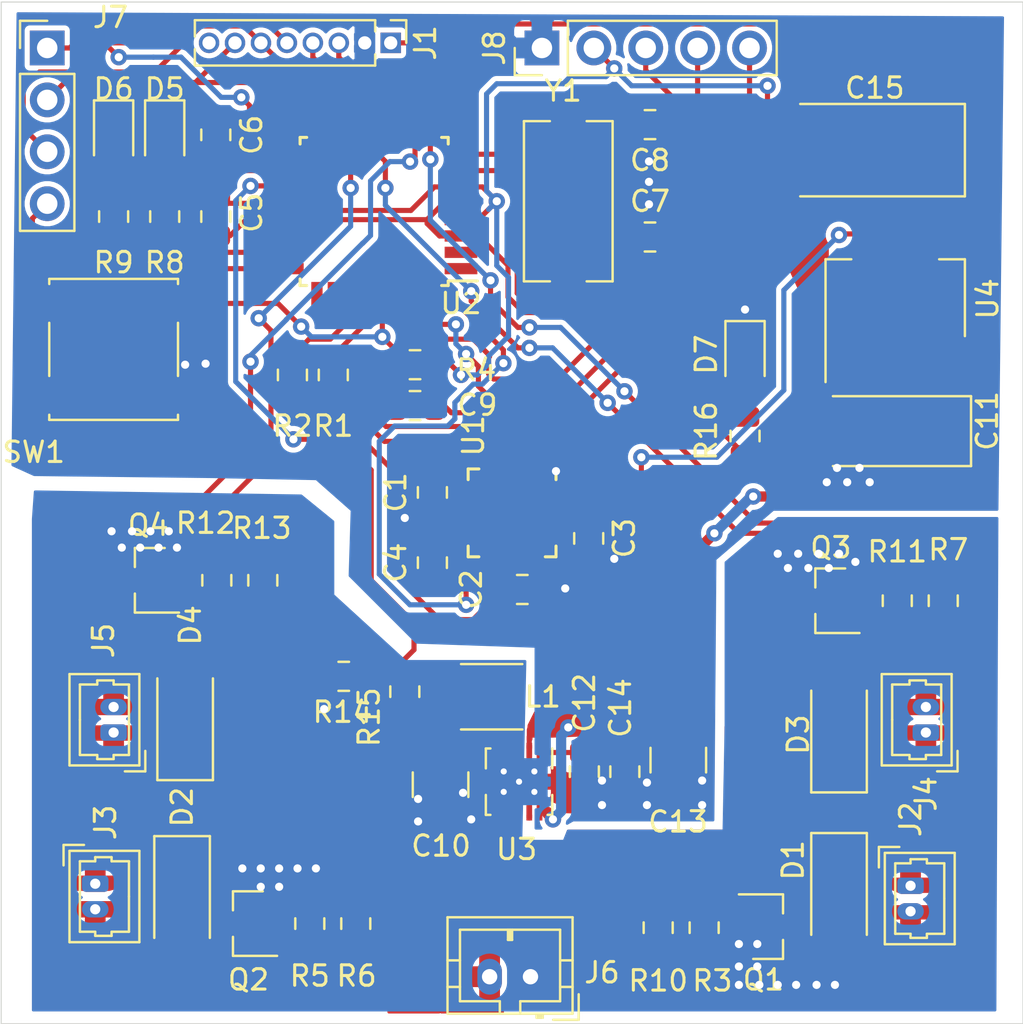
<source format=kicad_pcb>
(kicad_pcb (version 20171130) (host pcbnew "(5.1.5-0-10_14)")
  (layers (0 F.Cu signal) (31 B.Cu signal) (34 B.Paste user) (35 F.Paste user) (36 B.SilkS user) (37 F.SilkS user) (38 B.Mask user) (39 F.Mask user) (44 Edge.Cuts user))
  (net 0 "")
  (net 1 GND)
  (net 2 +3V3)
  (net 3 "Net-(C3-Pad2)")
  (net 4 "Net-(C4-Pad2)")
  (net 5 "Net-(C5-Pad1)")
  (net 6 +5V)
  (net 7 "Net-(C7-Pad2)")
  (net 8 "Net-(C8-Pad2)")
  (net 9 /MCU/DTR)
  (net 10 /MCU/RESET)
  (net 11 +3V8)
  (net 12 "Net-(C12-Pad1)")
  (net 13 "Net-(D1-Pad2)")
  (net 14 "Net-(D2-Pad2)")
  (net 15 "Net-(D3-Pad2)")
  (net 16 "Net-(D4-Pad2)")
  (net 17 "Net-(D5-Pad2)")
  (net 18 "Net-(D6-Pad2)")
  (net 19 "Net-(D7-Pad2)")
  (net 20 /RF_CE)
  (net 21 /RF_CSN)
  (net 22 /SPI_SCK)
  (net 23 /SPI_MOSI)
  (net 24 /SPI_MISO)
  (net 25 "Net-(J1-Pad8)")
  (net 26 /MCU/RXI)
  (net 27 /MCU/TXO)
  (net 28 "Net-(L1-Pad2)")
  (net 29 "Net-(Q1-Pad1)")
  (net 30 "Net-(Q2-Pad1)")
  (net 31 "Net-(Q3-Pad1)")
  (net 32 "Net-(Q4-Pad1)")
  (net 33 /SCL)
  (net 34 /SDA)
  (net 35 /PWM_1)
  (net 36 /PWM_3)
  (net 37 /MCU/FCS_LED_0)
  (net 38 /MCU/FCS_LED_1)
  (net 39 /PWM_0)
  (net 40 /PWM_2)
  (net 41 /BAT_VAL)
  (net 42 "Net-(U1-Pad6)")
  (net 43 "Net-(U1-Pad7)")
  (net 44 /INT)
  (net 45 /MCU/PWM_4)
  (net 46 "Net-(U2-Pad2)")
  (net 47 "Net-(U2-Pad22)")
  (net 48 "Net-(U2-Pad25)")
  (net 49 "Net-(U2-Pad26)")
  (module Diode_SMD:D_SOD-128 (layer F.Cu) (at 148.5 115.5 90)
    (fp_text reference D4 (at 4.5 0.25 90) (layer F.SilkS))
    (fp_text value D_Schottky)
    (pad 2 smd rect (at 2.2 0 90) (size 1.4 2.1) (layers F.Cu F.Paste F.Mask) (net 16 "Net-(D4-Pad2)"))
    (pad 1 smd rect (at -2.2 0 90) (size 1.4 2.1) (layers F.Cu F.Paste F.Mask) (net 11 +3V8))
  )
  (module Diode_SMD:D_SOD-128 (layer F.Cu) (at 180.5 116.1 90)
    (fp_text reference D3 (at -0.25 -2 90) (layer F.SilkS))
    (fp_text value D_Schottky)
    (pad 2 smd rect (at 2.2 0 90) (size 1.4 2.1) (layers F.Cu F.Paste F.Mask) (net 15 "Net-(D3-Pad2)"))
    (pad 1 smd rect (at -2.2 0 90) (size 1.4 2.1) (layers F.Cu F.Paste F.Mask) (net 11 +3V8))
  )
  (module Diode_SMD:D_SOD-128 (layer F.Cu) (at 148.35 124.4 270)
    (fp_text reference D2 (at -4.5 0 90) (layer F.SilkS))
    (fp_text value D_Schottky)
    (pad 2 smd rect (at 2.2 0 270) (size 1.4 2.1) (layers F.Cu F.Paste F.Mask) (net 14 "Net-(D2-Pad2)"))
    (pad 1 smd rect (at -2.2 0 270) (size 1.4 2.1) (layers F.Cu F.Paste F.Mask) (net 11 +3V8))
  )
  (module Diode_SMD:D_SOD-128 (layer F.Cu) (at 180.5 124.25 270)
    (fp_text reference D1 (at -1.75 2.25 90) (layer F.SilkS))
    (fp_text value D_Schottky)
    (pad 2 smd rect (at 2.2 0 270) (size 1.4 2.1) (layers F.Cu F.Paste F.Mask) (net 13 "Net-(D1-Pad2)"))
    (pad 1 smd rect (at -2.2 0 270) (size 1.4 2.1) (layers F.Cu F.Paste F.Mask) (net 11 +3V8))
  )
  (module Package_QFP:TQFP-32_7x7mm_P0.8mm (layer F.Cu) (at 157.75 90.75 180)
    (fp_text reference U2 (at -4.25 -4.5) (layer F.SilkS))
    (fp_text value ATmega328P-AU)
    (pad 1 smd rect (at -4.25 -2.8 180) (size 1.6 0.55) (layers F.Cu F.Paste F.Mask) (net 45 /MCU/PWM_4))
    (pad 2 smd rect (at -4.25 -2 180) (size 1.6 0.55) (layers F.Cu F.Paste F.Mask) (net 46 "Net-(U2-Pad2)"))
    (pad 3 smd rect (at -4.25 -1.2 180) (size 1.6 0.55) (layers F.Cu F.Paste F.Mask) (net 1 GND))
    (pad 4 smd rect (at -4.25 -0.4 180) (size 1.6 0.55) (layers F.Cu F.Paste F.Mask) (net 6 +5V))
    (pad 5 smd rect (at -4.25 0.4 180) (size 1.6 0.55) (layers F.Cu F.Paste F.Mask) (net 1 GND))
    (pad 6 smd rect (at -4.25 1.2 180) (size 1.6 0.55) (layers F.Cu F.Paste F.Mask) (net 6 +5V))
    (pad 7 smd rect (at -4.25 2 180) (size 1.6 0.55) (layers F.Cu F.Paste F.Mask) (net 7 "Net-(C7-Pad2)"))
    (pad 8 smd rect (at -4.25 2.8 180) (size 1.6 0.55) (layers F.Cu F.Paste F.Mask) (net 8 "Net-(C8-Pad2)"))
    (pad 9 smd rect (at -2.8 4.25 270) (size 1.6 0.55) (layers F.Cu F.Paste F.Mask) (net 39 /PWM_0))
    (pad 10 smd rect (at -2 4.25 270) (size 1.6 0.55) (layers F.Cu F.Paste F.Mask) (net 35 /PWM_1))
    (pad 11 smd rect (at -1.2 4.25 270) (size 1.6 0.55) (layers F.Cu F.Paste F.Mask) (net 20 /RF_CE))
    (pad 12 smd rect (at -0.4 4.25 270) (size 1.6 0.55) (layers F.Cu F.Paste F.Mask) (net 21 /RF_CSN))
    (pad 13 smd rect (at 0.4 4.25 270) (size 1.6 0.55) (layers F.Cu F.Paste F.Mask) (net 36 /PWM_3))
    (pad 14 smd rect (at 1.2 4.25 270) (size 1.6 0.55) (layers F.Cu F.Paste F.Mask) (net 40 /PWM_2))
    (pad 15 smd rect (at 2 4.25 270) (size 1.6 0.55) (layers F.Cu F.Paste F.Mask) (net 23 /SPI_MOSI))
    (pad 16 smd rect (at 2.8 4.25 270) (size 1.6 0.55) (layers F.Cu F.Paste F.Mask) (net 24 /SPI_MISO))
    (pad 17 smd rect (at 4.25 2.8 180) (size 1.6 0.55) (layers F.Cu F.Paste F.Mask) (net 22 /SPI_SCK))
    (pad 18 smd rect (at 4.25 2 180) (size 1.6 0.55) (layers F.Cu F.Paste F.Mask) (net 6 +5V))
    (pad 19 smd rect (at 4.25 1.2 180) (size 1.6 0.55) (layers F.Cu F.Paste F.Mask) (net 41 /BAT_VAL))
    (pad 20 smd rect (at 4.25 0.4 180) (size 1.6 0.55) (layers F.Cu F.Paste F.Mask) (net 5 "Net-(C5-Pad1)"))
    (pad 21 smd rect (at 4.25 -0.4 180) (size 1.6 0.55) (layers F.Cu F.Paste F.Mask) (net 1 GND))
    (pad 22 smd rect (at 4.25 -1.2 180) (size 1.6 0.55) (layers F.Cu F.Paste F.Mask) (net 47 "Net-(U2-Pad22)"))
    (pad 23 smd rect (at 4.25 -2 180) (size 1.6 0.55) (layers F.Cu F.Paste F.Mask) (net 37 /MCU/FCS_LED_0))
    (pad 24 smd rect (at 4.25 -2.8 180) (size 1.6 0.55) (layers F.Cu F.Paste F.Mask) (net 38 /MCU/FCS_LED_1))
    (pad 25 smd rect (at 2.8 -4.25 270) (size 1.6 0.55) (layers F.Cu F.Paste F.Mask) (net 48 "Net-(U2-Pad25)"))
    (pad 26 smd rect (at 2 -4.25 270) (size 1.6 0.55) (layers F.Cu F.Paste F.Mask) (net 49 "Net-(U2-Pad26)"))
    (pad 27 smd rect (at 1.2 -4.25 270) (size 1.6 0.55) (layers F.Cu F.Paste F.Mask) (net 34 /SDA))
    (pad 28 smd rect (at 0.4 -4.25 270) (size 1.6 0.55) (layers F.Cu F.Paste F.Mask) (net 33 /SCL))
    (pad 29 smd rect (at -0.4 -4.25 270) (size 1.6 0.55) (layers F.Cu F.Paste F.Mask) (net 10 /MCU/RESET))
    (pad 30 smd rect (at -1.2 -4.25 270) (size 1.6 0.55) (layers F.Cu F.Paste F.Mask) (net 26 /MCU/RXI))
    (pad 31 smd rect (at -2 -4.25 270) (size 1.6 0.55) (layers F.Cu F.Paste F.Mask) (net 27 /MCU/TXO))
    (pad 32 smd rect (at -2.8 -4.25 270) (size 1.6 0.55) (layers F.Cu F.Paste F.Mask) (net 44 /INT))
  )
  (module Capacitor_SMD:C_0805_2012Metric (layer F.Cu) (at 160.6 104.5 270)
    (fp_text reference C1 (at 0 1.8 90) (layer F.SilkS))
    (fp_text value "10 nF")
    (pad 2 smd roundrect (at 0.9375 0 270) (size 0.975 1.4) (layers F.Cu F.Paste F.Mask) (net 1 GND))
    (pad 1 smd roundrect (at -0.9375 0 270) (size 0.975 1.4) (layers F.Cu F.Paste F.Mask) (net 2 +3V3))
  )
  (module Capacitor_SMD:C_0805_2012Metric (layer F.Cu) (at 165 109.25 180)
    (fp_text reference C2 (at 2.5 0 270) (layer F.SilkS))
    (fp_text value "0.1 uF")
    (pad 1 smd roundrect (at -0.9375 0 180) (size 0.975 1.4) (layers F.Cu F.Paste F.Mask) (net 1 GND))
    (pad 2 smd roundrect (at 0.9375 0 180) (size 0.975 1.4) (layers F.Cu F.Paste F.Mask) (net 2 +3V3))
  )
  (module Capacitor_SMD:C_0805_2012Metric (layer F.Cu) (at 168.25 106.75 90)
    (fp_text reference C3 (at 0.01246 1.73736 90) (layer F.SilkS))
    (fp_text value "2.2 nF")
    (pad 2 smd roundrect (at 0.9375 0 90) (size 0.975 1.4) (layers F.Cu F.Paste F.Mask) (net 3 "Net-(C3-Pad2)"))
    (pad 1 smd roundrect (at -0.9375 0 90) (size 0.975 1.4) (layers F.Cu F.Paste F.Mask) (net 1 GND))
  )
  (module Capacitor_SMD:C_0805_2012Metric (layer F.Cu) (at 160.6 107.9375 90)
    (fp_text reference C4 (at 0 -1.8 90) (layer F.SilkS))
    (fp_text value "0.1 uF")
    (pad 1 smd roundrect (at -0.9375 0 90) (size 0.975 1.4) (layers F.Cu F.Paste F.Mask) (net 1 GND))
    (pad 2 smd roundrect (at 0.9375 0 90) (size 0.975 1.4) (layers F.Cu F.Paste F.Mask) (net 4 "Net-(C4-Pad2)"))
  )
  (module Capacitor_SMD:C_0805_2012Metric (layer F.Cu) (at 150 91 270)
    (fp_text reference C5 (at -0.1875 -1.75 90) (layer F.SilkS))
    (fp_text value "0.1 uF")
    (pad 1 smd roundrect (at -0.9375 0 270) (size 0.975 1.4) (layers F.Cu F.Paste F.Mask) (net 5 "Net-(C5-Pad1)"))
    (pad 2 smd roundrect (at 0.9375 0 270) (size 0.975 1.4) (layers F.Cu F.Paste F.Mask) (net 1 GND))
  )
  (module Capacitor_SMD:C_0805_2012Metric (layer F.Cu) (at 150 87 270)
    (fp_text reference C6 (at 0 -1.75 90) (layer F.SilkS))
    (fp_text value "0.1 uF")
    (pad 1 smd roundrect (at -0.9375 0 270) (size 0.975 1.4) (layers F.Cu F.Paste F.Mask) (net 6 +5V))
    (pad 2 smd roundrect (at 0.9375 0 270) (size 0.975 1.4) (layers F.Cu F.Paste F.Mask) (net 1 GND))
  )
  (module Capacitor_SMD:C_0805_2012Metric (layer F.Cu) (at 171.25 92 180)
    (fp_text reference C7 (at 0 1.75) (layer F.SilkS))
    (fp_text value "22 pF")
    (pad 1 smd roundrect (at -0.9375 0 180) (size 0.975 1.4) (layers F.Cu F.Paste F.Mask) (net 1 GND))
    (pad 2 smd roundrect (at 0.9375 0 180) (size 0.975 1.4) (layers F.Cu F.Paste F.Mask) (net 7 "Net-(C7-Pad2)"))
  )
  (module Capacitor_SMD:C_0805_2012Metric (layer F.Cu) (at 171.25 86.5 180)
    (fp_text reference C8 (at 0 -1.75) (layer F.SilkS))
    (fp_text value "22 pF")
    (pad 1 smd roundrect (at -0.9375 0 180) (size 0.975 1.4) (layers F.Cu F.Paste F.Mask) (net 1 GND))
    (pad 2 smd roundrect (at 0.9375 0 180) (size 0.975 1.4) (layers F.Cu F.Paste F.Mask) (net 8 "Net-(C8-Pad2)"))
  )
  (module Capacitor_SMD:C_0805_2012Metric (layer F.Cu) (at 159.75 100.25)
    (fp_text reference C9 (at 3.05 -0.025) (layer F.SilkS))
    (fp_text value "0.1 uF")
    (pad 1 smd roundrect (at -0.9375 0) (size 0.975 1.4) (layers F.Cu F.Paste F.Mask) (net 10 /MCU/RESET))
    (pad 2 smd roundrect (at 0.9375 0) (size 0.975 1.4) (layers F.Cu F.Paste F.Mask) (net 9 /MCU/DTR))
  )
  (module Capacitor_SMD:C_1210_3225Metric (layer F.Cu) (at 161 118.80348 270)
    (fp_text reference C10 (at 2.99652 -0.02352 180) (layer F.SilkS))
    (fp_text value "10 uF")
    (pad 2 smd roundrect (at 1.4 0 270) (size 1.25 2.65) (layers F.Cu F.Paste F.Mask) (roundrect_rratio 0.2) (net 1 GND))
    (pad 1 smd roundrect (at -1.4 0 270) (size 1.25 2.65) (layers F.Cu F.Paste F.Mask) (roundrect_rratio 0.2) (net 11 +3V8))
  )
  (module Capacitor_Tantalum_SMD:CP_EIA-6032-28_Kemet-C (layer F.Cu) (at 183.2 101.5 180)
    (fp_text reference C11 (at -4.55 0.5 90) (layer F.SilkS))
    (fp_text value "10 uF")
    (pad 2 smd roundrect (at 2.4625 0 180) (size 2.075 2.35) (layers F.Cu F.Paste F.Mask) (roundrect_rratio 0.120482) (net 1 GND))
    (pad 1 smd roundrect (at -2.4625 0 180) (size 2.075 2.35) (layers F.Cu F.Paste F.Mask) (roundrect_rratio 0.120482) (net 6 +5V))
  )
  (module Capacitor_SMD:C_0805_2012Metric (layer F.Cu) (at 168.03688 118.16548 270)
    (fp_text reference C12 (at -3.36548 0 90) (layer F.SilkS))
    (fp_text value "0.1 uF")
    (pad 1 smd roundrect (at -0.9375 0 270) (size 0.975 1.4) (layers F.Cu F.Paste F.Mask) (net 12 "Net-(C12-Pad1)"))
    (pad 2 smd roundrect (at 0.9375 0 270) (size 0.975 1.4) (layers F.Cu F.Paste F.Mask) (net 1 GND))
  )
  (module Capacitor_SMD:C_1210_3225Metric (layer F.Cu) (at 172.63428 117.6 270)
    (fp_text reference C13 (at 3.0196 0.0127 180) (layer F.SilkS))
    (fp_text value "22 uF")
    (pad 1 smd roundrect (at -1.4 0 270) (size 1.25 2.65) (layers F.Cu F.Paste F.Mask) (roundrect_rratio 0.2) (net 6 +5V))
    (pad 2 smd roundrect (at 1.4 0 270) (size 1.25 2.65) (layers F.Cu F.Paste F.Mask) (roundrect_rratio 0.2) (net 1 GND))
  )
  (module Capacitor_SMD:C_0805_2012Metric (layer F.Cu) (at 170.01808 118.16548 270)
    (fp_text reference C14 (at -3.11548 0.21808 90) (layer F.SilkS))
    (fp_text value "0.1 uF")
    (pad 2 smd roundrect (at 0.9375 0 270) (size 0.975 1.4) (layers F.Cu F.Paste F.Mask) (net 1 GND))
    (pad 1 smd roundrect (at -0.9375 0 270) (size 0.975 1.4) (layers F.Cu F.Paste F.Mask) (net 6 +5V))
  )
  (module Capacitor_Tantalum_SMD:CP_EIA-7343-31_Kemet-D (layer F.Cu) (at 182.25 87.75 180)
    (fp_text reference C15 (at 0 3.04292) (layer F.SilkS))
    (fp_text value "22 uF")
    (pad 2 smd roundrect (at 3.1125 0 180) (size 2.075 2.55) (layers F.Cu F.Paste F.Mask) (roundrect_rratio 0.120482) (net 1 GND))
    (pad 1 smd roundrect (at -3.1125 0 180) (size 2.075 2.55) (layers F.Cu F.Paste F.Mask) (roundrect_rratio 0.120482) (net 2 +3V3))
  )
  (module LED_SMD:LED_0805_2012Metric (layer F.Cu) (at 147.5 87 270)
    (fp_text reference D5 (at -2.25 0 180) (layer F.SilkS))
    (fp_text value LED_G)
    (pad 1 smd roundrect (at -0.9375 0 270) (size 0.975 1.4) (layers F.Cu F.Paste F.Mask) (net 1 GND))
    (pad 2 smd roundrect (at 0.9375 0 270) (size 0.975 1.4) (layers F.Cu F.Paste F.Mask) (net 17 "Net-(D5-Pad2)"))
  )
  (module LED_SMD:LED_0805_2012Metric (layer F.Cu) (at 145 87 270)
    (fp_text reference D6 (at -2.25 0 180) (layer F.SilkS))
    (fp_text value LED_R)
    (pad 2 smd roundrect (at 0.9375 0 270) (size 0.975 1.4) (layers F.Cu F.Paste F.Mask) (net 18 "Net-(D6-Pad2)"))
    (pad 1 smd roundrect (at -0.9375 0 270) (size 0.975 1.4) (layers F.Cu F.Paste F.Mask) (net 1 GND))
  )
  (module LED_SMD:LED_0805_2012Metric (layer F.Cu) (at 175.9 97.8 270)
    (fp_text reference D7 (at -0.05 1.9 90) (layer F.SilkS))
    (fp_text value LED_R)
    (pad 2 smd roundrect (at 0.9375 0 270) (size 0.975 1.4) (layers F.Cu F.Paste F.Mask) (net 19 "Net-(D7-Pad2)"))
    (pad 1 smd roundrect (at -0.9375 0 270) (size 0.975 1.4) (layers F.Cu F.Paste F.Mask) (net 1 GND))
  )
  (module Connector_PinHeader_1.27mm:PinHeader_1x08_P1.27mm_Vertical (layer F.Cu) (at 158.56 82.5 270)
    (fp_text reference J1 (at 0 -1.695 90) (layer F.SilkS))
    (fp_text value nRF24_Breakout)
    (pad 1 thru_hole rect (at 0 0 270) (size 1 1) (drill 0.65) (layers *.Cu *.Mask) (net 2 +3V3))
    (pad 2 thru_hole oval (at 0 1.27 270) (size 1 1) (drill 0.65) (layers *.Cu *.Mask) (net 1 GND))
    (pad 3 thru_hole oval (at 0 2.54 270) (size 1 1) (drill 0.65) (layers *.Cu *.Mask) (net 20 /RF_CE))
    (pad 4 thru_hole oval (at 0 3.81 270) (size 1 1) (drill 0.65) (layers *.Cu *.Mask) (net 21 /RF_CSN))
    (pad 5 thru_hole oval (at 0 5.08 270) (size 1 1) (drill 0.65) (layers *.Cu *.Mask) (net 22 /SPI_SCK))
    (pad 6 thru_hole oval (at 0 6.35 270) (size 1 1) (drill 0.65) (layers *.Cu *.Mask) (net 23 /SPI_MOSI))
    (pad 7 thru_hole oval (at 0 7.62 270) (size 1 1) (drill 0.65) (layers *.Cu *.Mask) (net 24 /SPI_MISO))
    (pad 8 thru_hole oval (at 0 8.89 270) (size 1 1) (drill 0.65) (layers *.Cu *.Mask) (net 25 "Net-(J1-Pad8)"))
  )
  (module Connector_Molex:Molex_PicoBlade_53047-0210_1x02_P1.25mm_Vertical (layer F.Cu) (at 184 123.75 270)
    (fp_text reference J2 (at -3.25 0 270) (layer F.SilkS))
    (fp_text value MOT)
    (pad 2 thru_hole oval (at 1.25 0 270) (size 0.8 1.3) (drill 0.5) (layers *.Cu *.Mask) (net 13 "Net-(D1-Pad2)"))
    (pad 1 thru_hole roundrect (at 0 0 270) (size 0.8 1.3) (drill 0.5) (layers *.Cu *.Mask) (net 11 +3V8))
  )
  (module Connector_Molex:Molex_PicoBlade_53047-0210_1x02_P1.25mm_Vertical (layer F.Cu) (at 144.1 123.65 270)
    (fp_text reference J3 (at -3 -0.5 90) (layer F.SilkS))
    (fp_text value MOT)
    (pad 2 thru_hole oval (at 1.25 0 270) (size 0.8 1.3) (drill 0.5) (layers *.Cu *.Mask) (net 14 "Net-(D2-Pad2)"))
    (pad 1 thru_hole roundrect (at 0 0 270) (size 0.8 1.3) (drill 0.5) (layers *.Cu *.Mask) (net 11 +3V8))
  )
  (module Connector_Molex:Molex_PicoBlade_53047-0210_1x02_P1.25mm_Vertical (layer F.Cu) (at 184.75 116.25 90)
    (fp_text reference J4 (at -3 0 270) (layer F.SilkS))
    (fp_text value MOT)
    (pad 1 thru_hole roundrect (at 0 0 90) (size 0.8 1.3) (drill 0.5) (layers *.Cu *.Mask) (net 11 +3V8))
    (pad 2 thru_hole oval (at 1.25 0 90) (size 0.8 1.3) (drill 0.5) (layers *.Cu *.Mask) (net 15 "Net-(D3-Pad2)"))
  )
  (module Connector_Molex:Molex_PicoBlade_53047-0210_1x02_P1.25mm_Vertical (layer F.Cu) (at 145 116.25 90)
    (fp_text reference J5 (at 4.5 -0.5 270) (layer F.SilkS))
    (fp_text value MOT)
    (pad 2 thru_hole oval (at 1.25 0 90) (size 0.8 1.3) (drill 0.5) (layers *.Cu *.Mask) (net 16 "Net-(D4-Pad2)"))
    (pad 1 thru_hole roundrect (at 0 0 90) (size 0.8 1.3) (drill 0.5) (layers *.Cu *.Mask) (net 11 +3V8))
  )
  (module Connector_JST:JST_PH_B2B-PH-K_1x02_P2.00mm_Vertical (layer F.Cu) (at 165.4 128.2 180)
    (fp_text reference J6 (at -3.5 0.2) (layer F.SilkS))
    (fp_text value Lipo_Bat_Con)
    (pad 1 thru_hole roundrect (at 0 0 180) (size 1.2 1.75) (drill 0.75) (layers *.Cu *.Mask) (roundrect_rratio 0.208333) (net 1 GND))
    (pad 2 thru_hole oval (at 2 0 180) (size 1.2 1.75) (drill 0.75) (layers *.Cu *.Mask) (net 11 +3V8))
  )
  (module Connector_PinHeader_2.54mm:PinHeader_1x04_P2.54mm_Vertical (layer F.Cu) (at 141.75 82.75)
    (fp_text reference J7 (at 3.1 -1.5) (layer F.SilkS))
    (fp_text value SPI_Conn_01x04)
    (pad 1 thru_hole rect (at 0 0) (size 1.7 1.7) (drill 1) (layers *.Cu *.Mask) (net 22 /SPI_SCK))
    (pad 2 thru_hole oval (at 0 2.54) (size 1.7 1.7) (drill 1) (layers *.Cu *.Mask) (net 24 /SPI_MISO))
    (pad 3 thru_hole oval (at 0 5.08) (size 1.7 1.7) (drill 1) (layers *.Cu *.Mask) (net 23 /SPI_MOSI))
    (pad 4 thru_hole oval (at 0 7.62) (size 1.7 1.7) (drill 1) (layers *.Cu *.Mask) (net 10 /MCU/RESET))
  )
  (module Connector_PinHeader_2.54mm:PinHeader_1x05_P2.54mm_Vertical (layer F.Cu) (at 165.96 82.75 90)
    (fp_text reference J8 (at 0 -2.33 90) (layer F.SilkS))
    (fp_text value FTDI_Conn_01x05)
    (pad 1 thru_hole rect (at 0 0 90) (size 1.7 1.7) (drill 1) (layers *.Cu *.Mask) (net 1 GND))
    (pad 2 thru_hole oval (at 0 2.54 90) (size 1.7 1.7) (drill 1) (layers *.Cu *.Mask) (net 6 +5V))
    (pad 3 thru_hole oval (at 0 5.08 90) (size 1.7 1.7) (drill 1) (layers *.Cu *.Mask) (net 26 /MCU/RXI))
    (pad 4 thru_hole oval (at 0 7.62 90) (size 1.7 1.7) (drill 1) (layers *.Cu *.Mask) (net 27 /MCU/TXO))
    (pad 5 thru_hole oval (at 0 10.16 90) (size 1.7 1.7) (drill 1) (layers *.Cu *.Mask) (net 9 /MCU/DTR))
  )
  (module Inductor_SMD:L_Taiyo-Yuden_NR-30xx (layer F.Cu) (at 163.5 114.5)
    (fp_text reference L1 (at 2.5 0) (layer F.SilkS))
    (fp_text value "4.7 uH")
    (pad 1 smd rect (at -1.1 0) (size 0.8 2.9) (layers F.Cu F.Paste F.Mask) (net 11 +3V8))
    (pad 2 smd rect (at 1.1 0) (size 0.8 2.9) (layers F.Cu F.Paste F.Mask) (net 28 "Net-(L1-Pad2)"))
  )
  (module Package_TO_SOT_SMD:SOT-23 (layer F.Cu) (at 177 125.75)
    (fp_text reference Q1 (at -0.2 2.6 180) (layer F.SilkS))
    (fp_text value Q_NMOS_GSD)
    (pad 3 smd rect (at 1 0) (size 0.9 0.8) (layers F.Cu F.Paste F.Mask) (net 13 "Net-(D1-Pad2)"))
    (pad 2 smd rect (at -1 0.95) (size 0.9 0.8) (layers F.Cu F.Paste F.Mask) (net 1 GND))
    (pad 1 smd rect (at -1 -0.95) (size 0.9 0.8) (layers F.Cu F.Paste F.Mask) (net 29 "Net-(Q1-Pad1)"))
  )
  (module Package_TO_SOT_SMD:SOT-23 (layer F.Cu) (at 151.6 125.6 180)
    (fp_text reference Q2 (at 0 -2.75) (layer F.SilkS))
    (fp_text value Q_NMOS_GSD)
    (pad 1 smd rect (at -1 -0.95 180) (size 0.9 0.8) (layers F.Cu F.Paste F.Mask) (net 30 "Net-(Q2-Pad1)"))
    (pad 2 smd rect (at -1 0.95 180) (size 0.9 0.8) (layers F.Cu F.Paste F.Mask) (net 1 GND))
    (pad 3 smd rect (at 1 0 180) (size 0.9 0.8) (layers F.Cu F.Paste F.Mask) (net 14 "Net-(D2-Pad2)"))
  )
  (module Package_TO_SOT_SMD:SOT-23 (layer F.Cu) (at 180.1 109.8 180)
    (fp_text reference Q3 (at 0 2.6) (layer F.SilkS))
    (fp_text value Q_NMOS_GSD)
    (pad 3 smd rect (at 1 0 180) (size 0.9 0.8) (layers F.Cu F.Paste F.Mask) (net 15 "Net-(D3-Pad2)"))
    (pad 2 smd rect (at -1 0.95 180) (size 0.9 0.8) (layers F.Cu F.Paste F.Mask) (net 1 GND))
    (pad 1 smd rect (at -1 -0.95 180) (size 0.9 0.8) (layers F.Cu F.Paste F.Mask) (net 31 "Net-(Q3-Pad1)"))
  )
  (module Package_TO_SOT_SMD:SOT-23 (layer F.Cu) (at 146.8 108.8 180)
    (fp_text reference Q4 (at 0.1 2.7) (layer F.SilkS))
    (fp_text value Q_NMOS_GSD)
    (pad 1 smd rect (at -1 -0.95 180) (size 0.9 0.8) (layers F.Cu F.Paste F.Mask) (net 32 "Net-(Q4-Pad1)"))
    (pad 2 smd rect (at -1 0.95 180) (size 0.9 0.8) (layers F.Cu F.Paste F.Mask) (net 1 GND))
    (pad 3 smd rect (at 1 0 180) (size 0.9 0.8) (layers F.Cu F.Paste F.Mask) (net 16 "Net-(D4-Pad2)"))
  )
  (module Resistor_SMD:R_0805_2012Metric (layer F.Cu) (at 155.75 98.75 90)
    (fp_text reference R1 (at -2.5 0 180) (layer F.SilkS))
    (fp_text value "4.7 K")
    (pad 2 smd roundrect (at 0.9375 0 90) (size 0.975 1.4) (layers F.Cu F.Paste F.Mask) (net 33 /SCL))
    (pad 1 smd roundrect (at -0.9375 0 90) (size 0.975 1.4) (layers F.Cu F.Paste F.Mask) (net 2 +3V3))
  )
  (module Resistor_SMD:R_0805_2012Metric (layer F.Cu) (at 153.75 98.75 90)
    (fp_text reference R2 (at -2.5 0 180) (layer F.SilkS))
    (fp_text value "4.7 K")
    (pad 2 smd roundrect (at 0.9375 0 90) (size 0.975 1.4) (layers F.Cu F.Paste F.Mask) (net 34 /SDA))
    (pad 1 smd roundrect (at -0.9375 0 90) (size 0.975 1.4) (layers F.Cu F.Paste F.Mask) (net 2 +3V3))
  )
  (module Resistor_SMD:R_0805_2012Metric (layer F.Cu) (at 173.9 125.8 90)
    (fp_text reference R3 (at -2.6 0.4 180) (layer F.SilkS))
    (fp_text value "10 K")
    (pad 2 smd roundrect (at 0.9375 0 90) (size 0.975 1.4) (layers F.Cu F.Paste F.Mask) (net 29 "Net-(Q1-Pad1)"))
    (pad 1 smd roundrect (at -0.9375 0 90) (size 0.975 1.4) (layers F.Cu F.Paste F.Mask) (net 1 GND))
  )
  (module Resistor_SMD:R_0805_2012Metric (layer F.Cu) (at 159.75 98.25 180)
    (fp_text reference R4 (at -3 -0.25) (layer F.SilkS))
    (fp_text value "10 K")
    (pad 2 smd roundrect (at 0.9375 0 180) (size 0.975 1.4) (layers F.Cu F.Paste F.Mask) (net 10 /MCU/RESET))
    (pad 1 smd roundrect (at -0.9375 0 180) (size 0.975 1.4) (layers F.Cu F.Paste F.Mask) (net 6 +5V))
  )
  (module Resistor_SMD:R_0805_2012Metric (layer F.Cu) (at 154.6 125.6 270)
    (fp_text reference R5 (at 2.5625 0 180) (layer F.SilkS))
    (fp_text value 100)
    (pad 2 smd roundrect (at 0.9375 0 270) (size 0.975 1.4) (layers F.Cu F.Paste F.Mask) (net 35 /PWM_1))
    (pad 1 smd roundrect (at -0.9375 0 270) (size 0.975 1.4) (layers F.Cu F.Paste F.Mask) (net 30 "Net-(Q2-Pad1)"))
  )
  (module Resistor_SMD:R_0805_2012Metric (layer F.Cu) (at 156.85 125.6 90)
    (fp_text reference R6 (at -2.5625 0.04 180) (layer F.SilkS))
    (fp_text value "10 K")
    (pad 1 smd roundrect (at -0.9375 0 90) (size 0.975 1.4) (layers F.Cu F.Paste F.Mask) (net 1 GND))
    (pad 2 smd roundrect (at 0.9375 0 90) (size 0.975 1.4) (layers F.Cu F.Paste F.Mask) (net 30 "Net-(Q2-Pad1)"))
  )
  (module Resistor_SMD:R_0805_2012Metric (layer F.Cu) (at 185.6 109.8 90)
    (fp_text reference R7 (at 2.5 0.25 180) (layer F.SilkS))
    (fp_text value 100)
    (pad 2 smd roundrect (at 0.9375 0 90) (size 0.975 1.4) (layers F.Cu F.Paste F.Mask) (net 36 /PWM_3))
    (pad 1 smd roundrect (at -0.9375 0 90) (size 0.975 1.4) (layers F.Cu F.Paste F.Mask) (net 31 "Net-(Q3-Pad1)"))
  )
  (module Resistor_SMD:R_0805_2012Metric (layer F.Cu) (at 147.5 91 270)
    (fp_text reference R8 (at 2.25 0 180) (layer F.SilkS))
    (fp_text value 330)
    (pad 2 smd roundrect (at 0.9375 0 270) (size 0.975 1.4) (layers F.Cu F.Paste F.Mask) (net 37 /MCU/FCS_LED_0))
    (pad 1 smd roundrect (at -0.9375 0 270) (size 0.975 1.4) (layers F.Cu F.Paste F.Mask) (net 17 "Net-(D5-Pad2)"))
  )
  (module Resistor_SMD:R_0805_2012Metric (layer F.Cu) (at 145 91 270)
    (fp_text reference R9 (at 2.25 0 180) (layer F.SilkS))
    (fp_text value 330)
    (pad 1 smd roundrect (at -0.9375 0 270) (size 0.975 1.4) (layers F.Cu F.Paste F.Mask) (net 18 "Net-(D6-Pad2)"))
    (pad 2 smd roundrect (at 0.9375 0 270) (size 0.975 1.4) (layers F.Cu F.Paste F.Mask) (net 38 /MCU/FCS_LED_1))
  )
  (module Resistor_SMD:R_0805_2012Metric (layer F.Cu) (at 171.65 125.8 270)
    (fp_text reference R10 (at 2.6 0 180) (layer F.SilkS))
    (fp_text value 100)
    (pad 1 smd roundrect (at -0.9375 0 270) (size 0.975 1.4) (layers F.Cu F.Paste F.Mask) (net 29 "Net-(Q1-Pad1)"))
    (pad 2 smd roundrect (at 0.9375 0 270) (size 0.975 1.4) (layers F.Cu F.Paste F.Mask) (net 39 /PWM_0))
  )
  (module Resistor_SMD:R_0805_2012Metric (layer F.Cu) (at 183.35 109.8 270)
    (fp_text reference R11 (at -2.4 0 180) (layer F.SilkS))
    (fp_text value "10 K")
    (pad 1 smd roundrect (at -0.9375 0 270) (size 0.975 1.4) (layers F.Cu F.Paste F.Mask) (net 1 GND))
    (pad 2 smd roundrect (at 0.9375 0 270) (size 0.975 1.4) (layers F.Cu F.Paste F.Mask) (net 31 "Net-(Q3-Pad1)"))
  )
  (module Resistor_SMD:R_0805_2012Metric (layer F.Cu) (at 150.05 108.8 90)
    (fp_text reference R12 (at 2.8 -0.55 180) (layer F.SilkS))
    (fp_text value 100)
    (pad 2 smd roundrect (at 0.9375 0 90) (size 0.975 1.4) (layers F.Cu F.Paste F.Mask) (net 40 /PWM_2))
    (pad 1 smd roundrect (at -0.9375 0 90) (size 0.975 1.4) (layers F.Cu F.Paste F.Mask) (net 32 "Net-(Q4-Pad1)"))
  )
  (module Resistor_SMD:R_0805_2012Metric (layer F.Cu) (at 152.3 108.8 270)
    (fp_text reference R13 (at -2.55 0.05 180) (layer F.SilkS))
    (fp_text value "10 K")
    (pad 1 smd roundrect (at -0.9375 0 270) (size 0.975 1.4) (layers F.Cu F.Paste F.Mask) (net 1 GND))
    (pad 2 smd roundrect (at 0.9375 0 270) (size 0.975 1.4) (layers F.Cu F.Paste F.Mask) (net 32 "Net-(Q4-Pad1)"))
  )
  (module Resistor_SMD:R_0805_2012Metric (layer F.Cu) (at 156.2625 113.5)
    (fp_text reference R14 (at -0.0625 1.75 180) (layer F.SilkS))
    (fp_text value "100 K")
    (pad 2 smd roundrect (at 0.9375 0) (size 0.975 1.4) (layers F.Cu F.Paste F.Mask) (net 41 /BAT_VAL))
    (pad 1 smd roundrect (at -0.9375 0) (size 0.975 1.4) (layers F.Cu F.Paste F.Mask) (net 1 GND))
  )
  (module Resistor_SMD:R_0805_2012Metric (layer F.Cu) (at 159.25 114.25 270)
    (fp_text reference R15 (at 1.25 1.75 270) (layer F.SilkS))
    (fp_text value "100 K")
    (pad 1 smd roundrect (at -0.9375 0 270) (size 0.975 1.4) (layers F.Cu F.Paste F.Mask) (net 41 /BAT_VAL))
    (pad 2 smd roundrect (at 0.9375 0 270) (size 0.975 1.4) (layers F.Cu F.Paste F.Mask) (net 11 +3V8))
  )
  (module Resistor_SMD:R_0805_2012Metric (layer F.Cu) (at 175.9 101.7375 270)
    (fp_text reference R16 (at -0.2375 1.9 270) (layer F.SilkS))
    (fp_text value 330)
    (pad 2 smd roundrect (at 0.9375 0 270) (size 0.975 1.4) (layers F.Cu F.Paste F.Mask) (net 6 +5V))
    (pad 1 smd roundrect (at -0.9375 0 270) (size 0.975 1.4) (layers F.Cu F.Paste F.Mask) (net 19 "Net-(D7-Pad2)"))
  )
  (module Sensor_Motion:InvenSense_QFN-24_4x4mm_P0.5mm (layer F.Cu) (at 164.5 105.5 270)
    (fp_text reference U1 (at -3.775001 1.894999 90) (layer F.SilkS))
    (fp_text value MPU-6050)
    (pad 1 smd roundrect (at -1.95 -1.25 270) (size 0.85 0.3) (layers F.Cu F.Paste F.Mask) (net 1 GND))
    (pad 2 smd roundrect (at -1.95 -0.75 270) (size 0.85 0.3) (layers F.Cu F.Paste F.Mask))
    (pad 3 smd roundrect (at -1.95 -0.25 270) (size 0.85 0.3) (layers F.Cu F.Paste F.Mask))
    (pad 4 smd roundrect (at -1.95 0.25 270) (size 0.85 0.3) (layers F.Cu F.Paste F.Mask))
    (pad 5 smd roundrect (at -1.95 0.75 270) (size 0.85 0.3) (layers F.Cu F.Paste F.Mask))
    (pad 6 smd roundrect (at -1.95 1.25 270) (size 0.85 0.3) (layers F.Cu F.Paste F.Mask) (net 42 "Net-(U1-Pad6)"))
    (pad 7 smd roundrect (at -1.25 1.95) (size 0.85 0.3) (layers F.Cu F.Paste F.Mask) (net 43 "Net-(U1-Pad7)"))
    (pad 8 smd roundrect (at -0.75 1.95) (size 0.85 0.3) (layers F.Cu F.Paste F.Mask) (net 2 +3V3))
    (pad 9 smd roundrect (at -0.25 1.95) (size 0.85 0.3) (layers F.Cu F.Paste F.Mask) (net 1 GND))
    (pad 10 smd roundrect (at 0.25 1.95) (size 0.85 0.3) (layers F.Cu F.Paste F.Mask) (net 4 "Net-(C4-Pad2)"))
    (pad 11 smd roundrect (at 0.75 1.95) (size 0.85 0.3) (layers F.Cu F.Paste F.Mask) (net 1 GND))
    (pad 12 smd roundrect (at 1.25 1.95) (size 0.85 0.3) (layers F.Cu F.Paste F.Mask) (net 44 /INT))
    (pad 13 smd roundrect (at 1.95 1.25 270) (size 0.85 0.3) (layers F.Cu F.Paste F.Mask) (net 2 +3V3))
    (pad 14 smd roundrect (at 1.95 0.75 270) (size 0.85 0.3) (layers F.Cu F.Paste F.Mask))
    (pad 15 smd roundrect (at 1.95 0.25 270) (size 0.85 0.3) (layers F.Cu F.Paste F.Mask))
    (pad 16 smd roundrect (at 1.95 -0.25 270) (size 0.85 0.3) (layers F.Cu F.Paste F.Mask))
    (pad 17 smd roundrect (at 1.95 -0.75 270) (size 0.85 0.3) (layers F.Cu F.Paste F.Mask))
    (pad 18 smd roundrect (at 1.95 -1.25 270) (size 0.85 0.3) (layers F.Cu F.Paste F.Mask) (net 1 GND))
    (pad 19 smd roundrect (at 1.25 -1.95) (size 0.85 0.3) (layers F.Cu F.Paste F.Mask))
    (pad 20 smd roundrect (at 0.75 -1.95) (size 0.85 0.3) (layers F.Cu F.Paste F.Mask) (net 3 "Net-(C3-Pad2)"))
    (pad 21 smd roundrect (at 0.25 -1.95) (size 0.85 0.3) (layers F.Cu F.Paste F.Mask))
    (pad 22 smd roundrect (at -0.25 -1.95) (size 0.85 0.3) (layers F.Cu F.Paste F.Mask))
    (pad 23 smd roundrect (at -0.75 -1.95) (size 0.85 0.3) (layers F.Cu F.Paste F.Mask) (net 33 /SCL))
    (pad 24 smd roundrect (at -1.25 -1.95) (size 0.85 0.3) (layers F.Cu F.Paste F.Mask) (net 34 /SDA))
  )
  (module Package_SON:Texas_S-PVSON-N10_ThermalVias (layer F.Cu) (at 164.840881 118.654881 270)
    (fp_text reference U3 (at 3.310439 0.121241 180) (layer F.SilkS))
    (fp_text value TPS61202DRC)
    (pad 1 smd oval (at -1.475 -1 270) (size 0.85 0.28) (layers F.Cu F.Paste F.Mask) (net 12 "Net-(C12-Pad1)"))
    (pad 2 smd oval (at -1.475 -0.5 270) (size 0.85 0.28) (layers F.Cu F.Paste F.Mask) (net 6 +5V))
    (pad 3 smd rect (at -1.76 0 270) (size 0.28 0.28) (layers F.Cu F.Paste F.Mask) (net 28 "Net-(L1-Pad2)"))
    (pad 4 smd oval (at -1.475 0.5 270) (size 0.85 0.28) (layers F.Cu F.Paste F.Mask) (net 1 GND))
    (pad 5 smd rect (at -1.76 1 270) (size 0.28 0.28) (layers F.Cu F.Paste F.Mask) (net 11 +3V8))
    (pad 6 smd oval (at 1.475 1 270) (size 0.85 0.28) (layers F.Cu F.Paste F.Mask) (net 11 +3V8))
    (pad 7 smd oval (at 1.475 0.5 270) (size 0.85 0.28) (layers F.Cu F.Paste F.Mask) (net 11 +3V8))
    (pad 8 smd rect (at 1.76 0 270) (size 0.28 0.28) (layers F.Cu F.Paste F.Mask) (net 11 +3V8))
    (pad 9 smd rect (at 1.76 -0.5 270) (size 0.28 0.28) (layers F.Cu F.Paste F.Mask) (net 1 GND))
    (pad 10 smd rect (at 1.76 -1 270) (size 0.28 0.28) (layers F.Cu F.Paste F.Mask) (net 6 +5V))
    (pad 11 smd rect (at -0.45 -0.635 270) (size 0.68 1.05) (layers F.Cu F.Paste F.Mask) (net 1 GND))
    (pad 11 smd rect (at -0.25 -1.55 270) (size 0.28 0.7) (layers F.Cu F.Mask) (net 1 GND))
    (pad 11 smd rect (at -0.25 -1.63 270) (size 0.26 0.5) (layers F.Cu F.Paste F.Mask) (net 1 GND))
    (pad 11 smd rect (at 0.25 -1.55 270) (size 0.28 0.7) (layers F.Cu F.Mask) (net 1 GND))
    (pad 11 smd rect (at -0.25 1.55 270) (size 0.28 0.7) (layers F.Cu F.Mask) (net 1 GND))
    (pad 11 smd rect (at 0.25 1.55 270) (size 0.28 0.7) (layers F.Cu F.Mask) (net 1 GND))
    (pad 11 smd rect (at 0.25 -1.63 270) (size 0.26 0.5) (layers F.Cu F.Paste F.Mask) (net 1 GND))
    (pad 11 smd rect (at -0.25 1.63 270) (size 0.26 0.5) (layers F.Cu F.Paste F.Mask) (net 1 GND))
    (pad 11 smd rect (at 0.25 1.63 270) (size 0.26 0.5) (layers F.Cu F.Paste F.Mask) (net 1 GND))
    (pad 11 smd rect (at 0.45 -0.635 270) (size 0.68 1.05) (layers F.Cu F.Paste F.Mask) (net 1 GND))
    (pad 11 smd rect (at -0.45 0.635 270) (size 0.68 1.05) (layers F.Cu F.Paste F.Mask) (net 1 GND))
    (pad 11 smd rect (at 0.45 0.635 270) (size 0.68 1.05) (layers F.Cu F.Paste F.Mask) (net 1 GND))
    (pad 11 smd rect (at 0 0 270) (size 1.65 2.4) (layers F.Cu F.Mask) (net 1 GND))
    (pad 1 smd rect (at -1.76 -1 270) (size 0.28 0.28) (layers F.Cu F.Paste F.Mask) (net 12 "Net-(C12-Pad1)"))
    (pad 2 smd rect (at -1.76 -0.5 270) (size 0.28 0.28) (layers F.Cu F.Paste F.Mask) (net 6 +5V))
    (pad 3 smd oval (at -1.475 0 270) (size 0.85 0.28) (layers F.Cu F.Paste F.Mask) (net 28 "Net-(L1-Pad2)"))
    (pad 4 smd rect (at -1.76 0.5 270) (size 0.28 0.28) (layers F.Cu F.Paste F.Mask) (net 1 GND))
    (pad 5 smd oval (at -1.475 1 270) (size 0.85 0.28) (layers F.Cu F.Paste F.Mask) (net 11 +3V8))
    (pad 6 smd rect (at 1.76 1 270) (size 0.28 0.28) (layers F.Cu F.Paste F.Mask) (net 11 +3V8))
    (pad 7 smd rect (at 1.76 0.5 270) (size 0.28 0.28) (layers F.Cu F.Paste F.Mask) (net 11 +3V8))
    (pad 8 smd oval (at 1.475 0 270) (size 0.85 0.28) (layers F.Cu F.Paste F.Mask) (net 11 +3V8))
    (pad 9 smd oval (at 1.475 -0.5 270) (size 0.85 0.28) (layers F.Cu F.Paste F.Mask) (net 1 GND))
    (pad 10 smd oval (at 1.475 -1 270) (size 0.85 0.28) (layers F.Cu F.Paste F.Mask) (net 6 +5V))
    (pad 11 thru_hole circle (at 0.5 0.75 270) (size 0.6 0.6) (drill 0.3) (layers *.Cu *.Mask) (net 1 GND))
    (pad 11 thru_hole circle (at 0 0 270) (size 0.6 0.6) (drill 0.3) (layers *.Cu *.Mask) (net 1 GND))
    (pad 11 thru_hole circle (at 0.5 -0.75 270) (size 0.6 0.6) (drill 0.3) (layers *.Cu *.Mask) (net 1 GND))
    (pad 11 thru_hole circle (at -0.5 -0.75 270) (size 0.6 0.6) (drill 0.3) (layers *.Cu *.Mask) (net 1 GND))
    (pad 11 thru_hole circle (at -0.5 0.75 270) (size 0.6 0.6) (drill 0.3) (layers *.Cu *.Mask) (net 1 GND))
    (pad 11 smd rect (at 0 0 270) (size 2.3 2.8) (layers B.Cu) (net 1 GND))
  )
  (module Package_TO_SOT_SMD:SOT-223-3_TabPin2 (layer F.Cu) (at 183.25 95 90)
    (fp_text reference U4 (at -0.027041 4.528399 90) (layer F.SilkS))
    (fp_text value LM1117-3.3)
    (pad 1 smd rect (at -3.15 -2.3 90) (size 2 1.5) (layers F.Cu F.Paste F.Mask) (net 1 GND))
    (pad 3 smd rect (at -3.15 2.3 90) (size 2 1.5) (layers F.Cu F.Paste F.Mask) (net 6 +5V))
    (pad 2 smd rect (at -3.15 0 90) (size 2 1.5) (layers F.Cu F.Paste F.Mask) (net 2 +3V3))
    (pad 2 smd rect (at 3.15 0 90) (size 2 3.8) (layers F.Cu F.Paste F.Mask) (net 2 +3V3))
  )
  (module Crystal:Crystal_SMD_ECS_CSM3X-2Pin_7.6x4.1mm (layer F.Cu) (at 167.25 90.25 90)
    (fp_text reference Y1 (at 5.4 -0.25 180) (layer F.SilkS))
    (fp_text value "16 MHz")
    (pad 1 smd rect (at -2.75 0 90) (size 3.5 1.2) (layers F.Cu F.Paste F.Mask) (net 7 "Net-(C7-Pad2)"))
    (pad 2 smd rect (at 2.75 0 90) (size 3.5 1.2) (layers F.Cu F.Paste F.Mask) (net 8 "Net-(C8-Pad2)"))
  )
  (module Button_Switch_SMD:SW_SPST_B3S-1000 (layer F.Cu) (at 145 97.5)
    (fp_text reference SW1 (at -3.9116 5.0292) (layer F.SilkS))
    (fp_text value MCU_RESET_SW)
    (pad 1 smd rect (at -3.975 -2.25) (size 1.55 1.3) (layers F.Cu F.Paste F.Mask) (net 10 /MCU/RESET))
    (pad 1 smd rect (at 3.975 -2.25) (size 1.55 1.3) (layers F.Cu F.Paste F.Mask) (net 10 /MCU/RESET))
    (pad 2 smd rect (at -3.975 2.25) (size 1.55 1.3) (layers F.Cu F.Paste F.Mask) (net 1 GND))
    (pad 2 smd rect (at 3.975 2.25) (size 1.55 1.3) (layers F.Cu F.Paste F.Mask) (net 1 GND))
  )
  (gr_line (start 189.5 80.5) (end 189.5 130.5) (layer Edge.Cuts) (width 0.05))
  (gr_line (start 139.5 80.5) (end 189.5 80.5) (layer Edge.Cuts) (width 0.05))
  (gr_line (start 189.5 130.5) (end 139.5 130.5) (layer Edge.Cuts) (width 0.05))
  (gr_line (start 139.5 130.5) (end 139.5 80.5) (layer Edge.Cuts) (width 0.05))
  (via (at 159.9 120.6) (size 0.8) (drill 0.4) (layers F.Cu B.Cu) (net 1))
  (via (at 173.8 118.6) (size 0.8) (drill 0.4) (layers F.Cu B.Cu) (net 1))
  (via (at 175.6 126.6) (size 0.8) (drill 0.4) (layers F.Cu B.Cu) (net 1))
  (segment (start 161.139998 90.35) (end 162 90.35) (width 0.25) (layer F.Cu) (net 1))
  (segment (start 160.339998 91.15) (end 161.139998 90.35) (width 0.25) (layer F.Cu) (net 1))
  (segment (start 153.5 91.15) (end 160.339998 91.15) (width 0.25) (layer F.Cu) (net 1))
  (segment (start 160.339998 91.339998) (end 160.339998 91.15) (width 0.25) (layer F.Cu) (net 1))
  (segment (start 160.95 91.95) (end 160.339998 91.339998) (width 0.25) (layer F.Cu) (net 1))
  (segment (start 162 91.95) (end 160.95 91.95) (width 0.25) (layer F.Cu) (net 1))
  (segment (start 142.05 99.75) (end 148.975 99.75) (width 0.25) (layer F.Cu) (net 1))
  (segment (start 141.025 99.75) (end 142.05 99.75) (width 0.25) (layer F.Cu) (net 1))
  (segment (start 172.1875 86.5) (end 172.1875 88.3125) (width 0.25) (layer F.Cu) (net 1))
  (segment (start 172.1875 90.6875) (end 172.1875 92) (width 0.25) (layer F.Cu) (net 1))
  (segment (start 148.975 99.75) (end 148.975 98.85) (width 0.25) (layer F.Cu) (net 1))
  (segment (start 148.975 98.725) (end 148.5 98.25) (width 0.25) (layer F.Cu) (net 1))
  (via (at 148.5 98.25) (size 0.8) (drill 0.4) (layers F.Cu B.Cu) (net 1))
  (segment (start 165.9875 107.6875) (end 165.75 107.45) (width 0.25) (layer F.Cu) (net 1))
  (segment (start 168.25 107.6875) (end 165.9875 107.6875) (width 0.25) (layer F.Cu) (net 1))
  (segment (start 165.9375 107.6375) (end 165.75 107.45) (width 0.25) (layer F.Cu) (net 1))
  (segment (start 165.9375 109.25) (end 165.9375 107.6375) (width 0.25) (layer F.Cu) (net 1))
  (segment (start 160.7875 105.25) (end 162.55 105.25) (width 0.25) (layer F.Cu) (net 1))
  (segment (start 160.6 105.4375) (end 160.7875 105.25) (width 0.25) (layer F.Cu) (net 1))
  (segment (start 161.79999 107.67501) (end 161.79999 106.509308) (width 0.25) (layer F.Cu) (net 1))
  (segment (start 162.125 106.25) (end 162.55 106.25) (width 0.25) (layer F.Cu) (net 1))
  (segment (start 162.059298 106.25) (end 162.125 106.25) (width 0.25) (layer F.Cu) (net 1))
  (segment (start 161.79999 106.509308) (end 162.059298 106.25) (width 0.25) (layer F.Cu) (net 1))
  (segment (start 160.6 108.875) (end 161.79999 107.67501) (width 0.25) (layer F.Cu) (net 1))
  (via (at 166.648014 103.460199) (size 0.8) (drill 0.4) (layers F.Cu B.Cu) (net 1))
  (segment (start 166.558213 103.55) (end 166.648014 103.460199) (width 0.25) (layer F.Cu) (net 1))
  (segment (start 165.75 103.55) (end 166.558213 103.55) (width 0.25) (layer F.Cu) (net 1))
  (via (at 159.25 105.75) (size 0.8) (drill 0.4) (layers F.Cu B.Cu) (net 1))
  (segment (start 159.25 107.525) (end 159.25 105.75) (width 0.25) (layer F.Cu) (net 1))
  (segment (start 160.6 108.875) (end 159.25 107.525) (width 0.25) (layer F.Cu) (net 1))
  (segment (start 159.5625 105.4375) (end 159.25 105.75) (width 0.25) (layer F.Cu) (net 1))
  (segment (start 160.6 105.4375) (end 159.5625 105.4375) (width 0.25) (layer F.Cu) (net 1))
  (via (at 169.5 107.75) (size 0.8) (drill 0.4) (layers F.Cu B.Cu) (net 1))
  (segment (start 169.4375 107.6875) (end 169.5 107.75) (width 0.25) (layer F.Cu) (net 1))
  (segment (start 168.25 107.6875) (end 169.4375 107.6875) (width 0.25) (layer F.Cu) (net 1))
  (segment (start 151.4875 91.15) (end 152.45 91.15) (width 0.25) (layer F.Cu) (net 1))
  (segment (start 150.7 91.9375) (end 151.4875 91.15) (width 0.25) (layer F.Cu) (net 1))
  (segment (start 152.45 91.15) (end 153.5 91.15) (width 0.25) (layer F.Cu) (net 1))
  (segment (start 150 91.9375) (end 150.7 91.9375) (width 0.25) (layer F.Cu) (net 1))
  (segment (start 145.7 86.0625) (end 147.5 86.0625) (width 0.25) (layer F.Cu) (net 1))
  (segment (start 145 86.0625) (end 145.7 86.0625) (width 0.25) (layer F.Cu) (net 1))
  (segment (start 148.125 86.0625) (end 147.5 86.0625) (width 0.25) (layer F.Cu) (net 1))
  (segment (start 150 87.9375) (end 148.125 86.0625) (width 0.25) (layer F.Cu) (net 1))
  (segment (start 149.514473 91.451973) (end 150 91.9375) (width 0.25) (layer F.Cu) (net 1))
  (segment (start 148.97499 90.91249) (end 149.514473 91.451973) (width 0.25) (layer F.Cu) (net 1))
  (segment (start 148.97499 88.96251) (end 148.97499 90.91249) (width 0.25) (layer F.Cu) (net 1))
  (segment (start 150 87.9375) (end 148.97499 88.96251) (width 0.25) (layer F.Cu) (net 1))
  (segment (start 164.340881 118.069881) (end 164.205881 118.204881) (width 0.25) (layer F.Cu) (net 1))
  (segment (start 164.340881 117.179881) (end 164.340881 118.069881) (width 0.25) (layer F.Cu) (net 1))
  (segment (start 165.340881 119.404881) (end 165.590881 119.154881) (width 0.25) (layer F.Cu) (net 1))
  (segment (start 165.340881 120.129881) (end 165.340881 119.404881) (width 0.25) (layer F.Cu) (net 1))
  (via (at 151.3 122.9) (size 0.8) (drill 0.4) (layers F.Cu B.Cu) (net 1))
  (via (at 152.2 122.9) (size 0.8) (drill 0.4) (layers F.Cu B.Cu) (net 1))
  (via (at 153.1 122.9) (size 0.8) (drill 0.4) (layers F.Cu B.Cu) (net 1))
  (via (at 154 122.9) (size 0.8) (drill 0.4) (layers F.Cu B.Cu) (net 1))
  (via (at 154.9 122.9) (size 0.8) (drill 0.4) (layers F.Cu B.Cu) (net 1))
  (via (at 152.2 123.8) (size 0.8) (drill 0.4) (layers F.Cu B.Cu) (net 1))
  (via (at 153.1 123.8) (size 0.8) (drill 0.4) (layers F.Cu B.Cu) (net 1))
  (via (at 148.1 107.2) (size 0.8) (drill 0.4) (layers F.Cu B.Cu) (net 1))
  (via (at 147.2 107.2) (size 0.8) (drill 0.4) (layers F.Cu B.Cu) (net 1))
  (via (at 146.3 107.2) (size 0.8) (drill 0.4) (layers F.Cu B.Cu) (net 1))
  (via (at 145.4 107.2) (size 0.8) (drill 0.4) (layers F.Cu B.Cu) (net 1))
  (via (at 145.9 106.4) (size 0.8) (drill 0.4) (layers F.Cu B.Cu) (net 1))
  (via (at 146.8 106.4) (size 0.8) (drill 0.4) (layers F.Cu B.Cu) (net 1))
  (via (at 147.7 106.4) (size 0.8) (drill 0.4) (layers F.Cu B.Cu) (net 1))
  (via (at 144.9 106.4) (size 0.8) (drill 0.4) (layers F.Cu B.Cu) (net 1))
  (via (at 149.5 98.2) (size 0.8) (drill 0.4) (layers F.Cu B.Cu) (net 1))
  (segment (start 148.975 98.725) (end 149.5 98.2) (width 0.25) (layer F.Cu) (net 1))
  (segment (start 148.975 98.85) (end 148.975 98.725) (width 0.25) (layer F.Cu) (net 1))
  (via (at 181.3 107.9) (size 0.8) (drill 0.4) (layers F.Cu B.Cu) (net 1))
  (via (at 180.5 107.5) (size 0.8) (drill 0.4) (layers F.Cu B.Cu) (net 1))
  (via (at 179.5 107.5) (size 0.8) (drill 0.4) (layers F.Cu B.Cu) (net 1))
  (via (at 178.5 107.5) (size 0.8) (drill 0.4) (layers F.Cu B.Cu) (net 1))
  (via (at 177.5 107.5) (size 0.8) (drill 0.4) (layers F.Cu B.Cu) (net 1))
  (via (at 178 108.2) (size 0.8) (drill 0.4) (layers F.Cu B.Cu) (net 1))
  (via (at 179 108.2) (size 0.8) (drill 0.4) (layers F.Cu B.Cu) (net 1))
  (via (at 180 108.2) (size 0.8) (drill 0.4) (layers F.Cu B.Cu) (net 1))
  (via (at 175.6 127.7) (size 0.8) (drill 0.4) (layers F.Cu B.Cu) (net 1))
  (via (at 175.6 128.6) (size 0.8) (drill 0.4) (layers F.Cu B.Cu) (net 1))
  (via (at 176.5 127.7) (size 0.8) (drill 0.4) (layers F.Cu B.Cu) (net 1))
  (via (at 176.6 128.6) (size 0.8) (drill 0.4) (layers F.Cu B.Cu) (net 1))
  (via (at 177.5 128.6) (size 0.8) (drill 0.4) (layers F.Cu B.Cu) (net 1))
  (via (at 178.4 128.6) (size 0.8) (drill 0.4) (layers F.Cu B.Cu) (net 1))
  (via (at 179.4 128.6) (size 0.8) (drill 0.4) (layers F.Cu B.Cu) (net 1))
  (via (at 180.3 128.6) (size 0.8) (drill 0.4) (layers F.Cu B.Cu) (net 1))
  (via (at 176.5 126.6) (size 0.8) (drill 0.4) (layers F.Cu B.Cu) (net 1))
  (segment (start 175.4625 126.7375) (end 175.6 126.6) (width 0.25) (layer F.Cu) (net 1))
  (segment (start 173.9 126.7375) (end 175.4625 126.7375) (width 0.25) (layer F.Cu) (net 1))
  (via (at 171.1 119.8) (size 0.8) (drill 0.4) (layers F.Cu B.Cu) (net 1))
  (via (at 173.8 119.8) (size 0.8) (drill 0.4) (layers F.Cu B.Cu) (net 1))
  (via (at 171.1 118.7) (size 0.8) (drill 0.4) (layers F.Cu B.Cu) (net 1))
  (via (at 168.9 118.6) (size 0.8) (drill 0.4) (layers F.Cu B.Cu) (net 1))
  (via (at 168.9 119.8) (size 0.8) (drill 0.4) (layers F.Cu B.Cu) (net 1))
  (via (at 159.9 119.5) (size 0.8) (drill 0.4) (layers F.Cu B.Cu) (net 1))
  (via (at 162.5 120.5) (size 0.8) (drill 0.4) (layers F.Cu B.Cu) (net 1))
  (via (at 162.1 119.2) (size 0.8) (drill 0.4) (layers F.Cu B.Cu) (net 1))
  (segment (start 164.29999 93.389988) (end 164.299991 94.936401) (width 0.25) (layer F.Cu) (net 1))
  (segment (start 168.48749 95.70001) (end 171.701973 92.485527) (width 0.25) (layer F.Cu) (net 1))
  (segment (start 164.299991 94.936401) (end 165.0636 95.70001) (width 0.25) (layer F.Cu) (net 1))
  (segment (start 165.0636 95.70001) (end 168.48749 95.70001) (width 0.25) (layer F.Cu) (net 1))
  (segment (start 171.701973 92.485527) (end 172.1875 92) (width 0.25) (layer F.Cu) (net 1))
  (segment (start 162 91.95) (end 162.860002 91.95) (width 0.25) (layer F.Cu) (net 1))
  (segment (start 162.860002 91.95) (end 164.29999 93.389988) (width 0.25) (layer F.Cu) (net 1))
  (via (at 175.9 95.55) (size 0.8) (drill 0.4) (layers F.Cu B.Cu) (net 1))
  (segment (start 175.9 96.8625) (end 175.9 95.55) (width 0.25) (layer F.Cu) (net 1))
  (segment (start 148.1 107.765685) (end 148.1 107.2) (width 0.25) (layer F.Cu) (net 1))
  (segment (start 149.009325 108.67501) (end 148.1 107.765685) (width 0.25) (layer F.Cu) (net 1))
  (segment (start 151.48749 108.67501) (end 149.009325 108.67501) (width 0.25) (layer F.Cu) (net 1))
  (segment (start 152.3 107.8625) (end 151.48749 108.67501) (width 0.25) (layer F.Cu) (net 1))
  (segment (start 154.94999 123.84999) (end 154 122.9) (width 0.25) (layer F.Cu) (net 1))
  (segment (start 157.54184 123.84999) (end 154.94999 123.84999) (width 0.25) (layer F.Cu) (net 1))
  (segment (start 157.87501 124.18316) (end 157.54184 123.84999) (width 0.25) (layer F.Cu) (net 1))
  (segment (start 157.87501 125.51249) (end 157.87501 124.18316) (width 0.25) (layer F.Cu) (net 1))
  (segment (start 156.85 126.5375) (end 157.87501 125.51249) (width 0.25) (layer F.Cu) (net 1))
  (via (at 179.9 104) (size 0.8) (drill 0.4) (layers F.Cu B.Cu) (net 1))
  (via (at 180.9 104) (size 0.8) (drill 0.4) (layers F.Cu B.Cu) (net 1))
  (via (at 182 104) (size 0.8) (drill 0.4) (layers F.Cu B.Cu) (net 1))
  (via (at 181.5 103.3) (size 0.8) (drill 0.4) (layers F.Cu B.Cu) (net 1))
  (via (at 180.4 103.3) (size 0.8) (drill 0.4) (layers F.Cu B.Cu) (net 1))
  (segment (start 181.1125 108.8625) (end 181.1 108.85) (width 0.25) (layer F.Cu) (net 1))
  (segment (start 183.35 108.8625) (end 181.1125 108.8625) (width 0.25) (layer F.Cu) (net 1))
  (via (at 167.1 109.2) (size 0.8) (drill 0.4) (layers F.Cu B.Cu) (net 1))
  (segment (start 167.05 109.25) (end 167.1 109.2) (width 0.25) (layer F.Cu) (net 1))
  (segment (start 165.9375 109.25) (end 167.05 109.25) (width 0.25) (layer F.Cu) (net 1))
  (via (at 171.2 90.4) (size 0.8) (drill 0.4) (layers F.Cu B.Cu) (net 1))
  (segment (start 171.2125 90.4125) (end 171.2 90.4) (width 0.25) (layer F.Cu) (net 1))
  (segment (start 172.1875 89.4375) (end 172.1875 90.4125) (width 0.25) (layer F.Cu) (net 1))
  (segment (start 172.1875 90.4125) (end 171.2125 90.4125) (width 0.25) (layer F.Cu) (net 1))
  (segment (start 172.1875 90.4125) (end 172.1875 90.6875) (width 0.25) (layer F.Cu) (net 1))
  (via (at 171.2 89.3) (size 0.8) (drill 0.4) (layers F.Cu B.Cu) (net 1))
  (segment (start 171.2875 89.2125) (end 171.2 89.3) (width 0.25) (layer F.Cu) (net 1))
  (segment (start 172.1875 89.2125) (end 171.2875 89.2125) (width 0.25) (layer F.Cu) (net 1))
  (segment (start 172.1875 88.3125) (end 172.1875 89.2125) (width 0.25) (layer F.Cu) (net 1))
  (segment (start 172.1875 89.2125) (end 172.1875 89.4375) (width 0.25) (layer F.Cu) (net 1))
  (via (at 171.2 88.3) (size 0.8) (drill 0.4) (layers F.Cu B.Cu) (net 1))
  (segment (start 171.2125 88.3125) (end 171.2 88.3) (width 0.25) (layer F.Cu) (net 1))
  (segment (start 172.1875 88.3125) (end 171.2125 88.3125) (width 0.25) (layer F.Cu) (net 1))
  (via (at 155.3 115.1) (size 0.8) (drill 0.4) (layers F.Cu B.Cu) (net 1))
  (segment (start 155.325 115.075) (end 155.3 115.1) (width 0.25) (layer F.Cu) (net 1))
  (segment (start 155.325 113.5) (end 155.325 115.075) (width 0.25) (layer F.Cu) (net 1))
  (segment (start 153.75 99.6875) (end 155.75 99.6875) (width 0.25) (layer F.Cu) (net 2))
  (segment (start 163.25 108.4375) (end 163.25 107.45) (width 0.25) (layer F.Cu) (net 2))
  (segment (start 164.0625 109.25) (end 163.25 108.4375) (width 0.25) (layer F.Cu) (net 2))
  (segment (start 158.8125 103.5625) (end 160.6 103.5625) (width 0.25) (layer F.Cu) (net 2))
  (segment (start 155.75 100.5) (end 158.8125 103.5625) (width 0.25) (layer F.Cu) (net 2))
  (segment (start 155.75 99.6875) (end 155.75 100.5) (width 0.25) (layer F.Cu) (net 2))
  (segment (start 161.7875 104.75) (end 162.55 104.75) (width 0.25) (layer F.Cu) (net 2))
  (segment (start 160.6 103.5625) (end 161.7875 104.75) (width 0.25) (layer F.Cu) (net 2))
  (segment (start 162.587499 110.725001) (end 163.576973 109.735527) (width 0.25) (layer F.Cu) (net 2))
  (segment (start 160.945651 110.725001) (end 162.587499 110.725001) (width 0.25) (layer F.Cu) (net 2))
  (segment (start 163.576973 109.735527) (end 164.0625 109.25) (width 0.25) (layer F.Cu) (net 2))
  (segment (start 158.524999 108.304349) (end 160.945651 110.725001) (width 0.25) (layer F.Cu) (net 2))
  (segment (start 158.524999 103.850001) (end 158.524999 108.304349) (width 0.25) (layer F.Cu) (net 2))
  (segment (start 158.8125 103.5625) (end 158.524999 103.850001) (width 0.25) (layer F.Cu) (net 2))
  (segment (start 183.25 98.15) (end 183.25 91.85) (width 0.25) (layer F.Cu) (net 2))
  (segment (start 185.3625 86.475) (end 185.3625 87.75) (width 0.25) (layer F.Cu) (net 2))
  (segment (start 160.235001 81.574999) (end 180.462499 81.574999) (width 0.25) (layer F.Cu) (net 2))
  (segment (start 159.31 82.5) (end 160.235001 81.574999) (width 0.25) (layer F.Cu) (net 2))
  (segment (start 180.462499 81.574999) (end 185.3625 86.475) (width 0.25) (layer F.Cu) (net 2))
  (segment (start 158.56 82.5) (end 159.31 82.5) (width 0.25) (layer F.Cu) (net 2))
  (via (at 170.82566 102.777448) (size 0.8) (drill 0.4) (layers F.Cu B.Cu) (net 2))
  (segment (start 170.82566 107.497342) (end 170.82566 102.777448) (width 0.25) (layer F.Cu) (net 2))
  (segment (start 165.08751 110.27501) (end 168.047992 110.27501) (width 0.25) (layer F.Cu) (net 2))
  (segment (start 168.047992 110.27501) (end 170.82566 107.497342) (width 0.25) (layer F.Cu) (net 2))
  (segment (start 164.0625 109.25) (end 165.08751 110.27501) (width 0.25) (layer F.Cu) (net 2))
  (segment (start 174.522552 102.777448) (end 177.8 99.5) (width 0.25) (layer B.Cu) (net 2))
  (segment (start 170.82566 102.777448) (end 174.522552 102.777448) (width 0.25) (layer B.Cu) (net 2))
  (segment (start 177.8 99.5) (end 177.8 94.6) (width 0.25) (layer B.Cu) (net 2))
  (segment (start 177.8 94.6) (end 180.5 91.9) (width 0.25) (layer B.Cu) (net 2))
  (via (at 180.5 91.9) (size 0.8) (drill 0.4) (layers F.Cu B.Cu) (net 2))
  (segment (start 180.55 91.85) (end 180.5 91.9) (width 0.25) (layer F.Cu) (net 2))
  (segment (start 183.25 91.85) (end 180.55 91.85) (width 0.25) (layer F.Cu) (net 2))
  (segment (start 167.8125 106.25) (end 166.45 106.25) (width 0.25) (layer F.Cu) (net 3))
  (segment (start 168.25 105.8125) (end 167.8125 106.25) (width 0.25) (layer F.Cu) (net 3))
  (segment (start 161.85 105.75) (end 162.55 105.75) (width 0.25) (layer F.Cu) (net 4))
  (segment (start 160.6 107) (end 161.85 105.75) (width 0.25) (layer F.Cu) (net 4))
  (segment (start 150.2875 90.35) (end 150 90.0625) (width 0.25) (layer F.Cu) (net 5))
  (segment (start 153.5 90.35) (end 150.2875 90.35) (width 0.25) (layer F.Cu) (net 5))
  (via (at 169.5 83.75) (size 0.8) (drill 0.4) (layers F.Cu B.Cu) (net 6))
  (segment (start 168.5 82.75) (end 169.5 83.75) (width 0.25) (layer F.Cu) (net 6))
  (via (at 163.75 90.25) (size 0.8) (drill 0.4) (layers F.Cu B.Cu) (net 6))
  (segment (start 163.05 89.55) (end 163.75 90.25) (width 0.25) (layer F.Cu) (net 6))
  (segment (start 162 89.55) (end 163.05 89.55) (width 0.25) (layer F.Cu) (net 6))
  (segment (start 163.25 89.75) (end 163.75 90.25) (width 0.25) (layer B.Cu) (net 6))
  (segment (start 163.25 85) (end 163.25 89.75) (width 0.25) (layer B.Cu) (net 6))
  (segment (start 163.75 84.5) (end 163.25 85) (width 0.25) (layer B.Cu) (net 6))
  (segment (start 167.350001 84.149999) (end 167 84.5) (width 0.25) (layer B.Cu) (net 6))
  (segment (start 169.5 83.75) (end 169.100001 84.149999) (width 0.25) (layer B.Cu) (net 6))
  (segment (start 169.100001 84.149999) (end 167.350001 84.149999) (width 0.25) (layer B.Cu) (net 6))
  (segment (start 167 84.5) (end 163.75 84.5) (width 0.25) (layer B.Cu) (net 6))
  (via (at 162 98.75) (size 0.8) (drill 0.4) (layers F.Cu B.Cu) (net 6))
  (segment (start 161.5 98.25) (end 162 98.75) (width 0.25) (layer F.Cu) (net 6))
  (segment (start 160.6875 98.25) (end 161.5 98.25) (width 0.25) (layer F.Cu) (net 6))
  (segment (start 163.75 90.25) (end 163.350001 90.649999) (width 0.25) (layer B.Cu) (net 6))
  (segment (start 163.05 90.95) (end 163.75 90.25) (width 0.25) (layer F.Cu) (net 6))
  (segment (start 161.139998 89.55) (end 162 89.55) (width 0.25) (layer F.Cu) (net 6))
  (segment (start 154.75 88.95) (end 154.75 90.5) (width 0.25) (layer F.Cu) (net 6))
  (segment (start 154.55 88.75) (end 154.75 88.95) (width 0.25) (layer F.Cu) (net 6))
  (segment (start 154.94999 90.69999) (end 159.55001 90.69999) (width 0.25) (layer F.Cu) (net 6))
  (segment (start 159.55001 90.69999) (end 160.7 89.55) (width 0.25) (layer F.Cu) (net 6))
  (segment (start 160.7 89.55) (end 161.139998 89.55) (width 0.25) (layer F.Cu) (net 6))
  (segment (start 153.5 88.75) (end 154.55 88.75) (width 0.25) (layer F.Cu) (net 6))
  (segment (start 154.75 90.5) (end 154.94999 90.69999) (width 0.25) (layer F.Cu) (net 6))
  (segment (start 151.02501 87.08751) (end 151.02501 88.41684) (width 0.25) (layer F.Cu) (net 6))
  (segment (start 151.35817 88.75) (end 153.5 88.75) (width 0.25) (layer F.Cu) (net 6))
  (segment (start 151.02501 88.41684) (end 151.35817 88.75) (width 0.25) (layer F.Cu) (net 6))
  (segment (start 150 86.0625) (end 151.02501 87.08751) (width 0.25) (layer F.Cu) (net 6))
  (segment (start 165.340881 117.179881) (end 165.340881 116.459119) (width 0.25) (layer F.Cu) (net 6))
  (segment (start 166.230881 120.129881) (end 166.25 120.149) (width 0.25) (layer F.Cu) (net 6))
  (segment (start 165.840881 120.129881) (end 166.230881 120.129881) (width 0.25) (layer F.Cu) (net 6))
  (via (at 166.5 120.5) (size 0.8) (drill 0.4) (layers F.Cu B.Cu) (net 6))
  (segment (start 166.230881 120.230881) (end 166.5 120.5) (width 0.5) (layer F.Cu) (net 6))
  (segment (start 166.230881 120.129881) (end 166.230881 120.230881) (width 0.5) (layer F.Cu) (net 6))
  (segment (start 166.899999 120.100001) (end 166.899999 116.399999) (width 0.5) (layer B.Cu) (net 6))
  (segment (start 166.5 120.5) (end 166.899999 120.100001) (width 0.5) (layer B.Cu) (net 6))
  (via (at 167.25 116) (size 0.8) (drill 0.4) (layers F.Cu B.Cu) (net 6))
  (segment (start 167.25 116.049998) (end 167.25 116) (width 0.5) (layer B.Cu) (net 6))
  (segment (start 166.899999 116.399999) (end 167.25 116.049998) (width 0.5) (layer B.Cu) (net 6))
  (segment (start 163.75 93.4) (end 163.75 90.25) (width 0.25) (layer B.Cu) (net 6))
  (segment (start 164.326998 93.976998) (end 163.75 93.4) (width 0.25) (layer B.Cu) (net 6))
  (segment (start 164.326998 96.85) (end 164.326998 93.976998) (width 0.25) (layer B.Cu) (net 6))
  (segment (start 163.35 98.2) (end 163.35 97.826998) (width 0.25) (layer B.Cu) (net 6))
  (segment (start 162.8 98.75) (end 163.35 98.2) (width 0.25) (layer B.Cu) (net 6))
  (segment (start 163.35 97.826998) (end 164.326998 96.85) (width 0.25) (layer B.Cu) (net 6))
  (segment (start 162 98.75) (end 162.8 98.75) (width 0.25) (layer B.Cu) (net 6))
  (segment (start 162.85 91.15) (end 163.05 90.95) (width 0.25) (layer F.Cu) (net 6))
  (segment (start 162 91.15) (end 162.85 91.15) (width 0.25) (layer F.Cu) (net 6))
  (via (at 177 84.6) (size 0.8) (drill 0.4) (layers F.Cu B.Cu) (net 6))
  (segment (start 170.35 84.6) (end 177 84.6) (width 0.25) (layer B.Cu) (net 6))
  (segment (start 169.5 83.75) (end 170.35 84.6) (width 0.25) (layer B.Cu) (net 6))
  (segment (start 175.414473 102.189473) (end 175.9 102.675) (width 0.25) (layer F.Cu) (net 6))
  (segment (start 174.87499 101.64999) (end 175.414473 102.189473) (width 0.25) (layer F.Cu) (net 6))
  (segment (start 177 93.376998) (end 174.87499 95.502008) (width 0.25) (layer F.Cu) (net 6))
  (segment (start 174.87499 95.502008) (end 174.87499 101.64999) (width 0.25) (layer F.Cu) (net 6))
  (segment (start 177 84.6) (end 177 93.376998) (width 0.25) (layer F.Cu) (net 6))
  (segment (start 185.6625 103.1375) (end 185.6625 101.5) (width 0.25) (layer F.Cu) (net 6))
  (segment (start 172.63428 116.2) (end 172.63428 115.26572) (width 0.25) (layer F.Cu) (net 6))
  (via (at 174.4 106.5) (size 0.8) (drill 0.4) (layers F.Cu B.Cu) (net 6))
  (segment (start 172.63428 108.26572) (end 174.4 106.5) (width 0.5) (layer F.Cu) (net 6))
  (segment (start 172.63428 115.26572) (end 172.63428 108.26572) (width 0.5) (layer F.Cu) (net 6))
  (via (at 176.3 104.7) (size 0.8) (drill 0.4) (layers F.Cu B.Cu) (net 6))
  (segment (start 176.2 104.7) (end 176.3 104.7) (width 0.25) (layer B.Cu) (net 6))
  (segment (start 174.4 106.5) (end 176.2 104.7) (width 0.5) (layer B.Cu) (net 6))
  (segment (start 176.3 104.7) (end 178 104.7) (width 0.5) (layer F.Cu) (net 6))
  (segment (start 175.9 102.675) (end 178 104.7) (width 0.5) (layer F.Cu) (net 6))
  (segment (start 185.6625 102.675) (end 185.6625 101.5) (width 0.5) (layer F.Cu) (net 6))
  (segment (start 178.3 105) (end 183.3375 105) (width 0.5) (layer F.Cu) (net 6))
  (segment (start 183.3375 105) (end 185.6625 102.675) (width 0.5) (layer F.Cu) (net 6))
  (segment (start 178 104.7) (end 178.3 105) (width 0.5) (layer F.Cu) (net 6))
  (segment (start 167.25 95) (end 167.25 93) (width 0.25) (layer F.Cu) (net 7))
  (segment (start 167 95.25) (end 167.25 95) (width 0.25) (layer F.Cu) (net 7))
  (segment (start 164.75 94.75) (end 165.25 95.25) (width 0.25) (layer F.Cu) (net 7))
  (segment (start 164.75 89) (end 164.75 94.75) (width 0.25) (layer F.Cu) (net 7))
  (segment (start 165.25 95.25) (end 167 95.25) (width 0.25) (layer F.Cu) (net 7))
  (segment (start 164.5 88.75) (end 164.75 89) (width 0.25) (layer F.Cu) (net 7))
  (segment (start 162 88.75) (end 164.5 88.75) (width 0.25) (layer F.Cu) (net 7))
  (segment (start 168.25 92) (end 167.25 93) (width 0.25) (layer F.Cu) (net 7))
  (segment (start 170.3125 92) (end 168.25 92) (width 0.25) (layer F.Cu) (net 7))
  (segment (start 162 87.95) (end 164.3 87.95) (width 0.25) (layer F.Cu) (net 8))
  (segment (start 164.3 87.95) (end 164.75 87.5) (width 0.25) (layer F.Cu) (net 8))
  (segment (start 164.75 87.5) (end 164.75 85.25) (width 0.25) (layer F.Cu) (net 8))
  (segment (start 167 85.25) (end 167.25 85.5) (width 0.25) (layer F.Cu) (net 8))
  (segment (start 167.25 85.5) (end 167.25 87.5) (width 0.25) (layer F.Cu) (net 8))
  (segment (start 164.75 85.25) (end 167 85.25) (width 0.25) (layer F.Cu) (net 8))
  (segment (start 169.3125 87.5) (end 170.3125 86.5) (width 0.25) (layer F.Cu) (net 8))
  (segment (start 167.25 87.5) (end 169.3125 87.5) (width 0.25) (layer F.Cu) (net 8))
  (segment (start 176.12 90.84467) (end 176.12 82.75) (width 0.25) (layer F.Cu) (net 9))
  (segment (start 161.525 100.6) (end 167.65 100.6) (width 0.25) (layer F.Cu) (net 9))
  (segment (start 176.12 92.13) (end 176.12 90.84467) (width 0.25) (layer F.Cu) (net 9))
  (segment (start 167.65 100.6) (end 176.12 92.13) (width 0.25) (layer F.Cu) (net 9))
  (segment (start 161.175 100.25) (end 161.525 100.6) (width 0.25) (layer F.Cu) (net 9))
  (segment (start 160.6875 100.25) (end 161.175 100.25) (width 0.25) (layer F.Cu) (net 9))
  (segment (start 158.8125 98.25) (end 158.8125 98.4375) (width 0.25) (layer F.Cu) (net 10))
  (segment (start 158.8125 98.4375) (end 158.8125 100.25) (width 0.25) (layer F.Cu) (net 10))
  (segment (start 158.15 96.05) (end 158.15 95) (width 0.25) (layer F.Cu) (net 10))
  (segment (start 158.15 96.8875) (end 158.15 96.05) (width 0.25) (layer F.Cu) (net 10))
  (segment (start 158.8125 97.55) (end 158.15 96.8875) (width 0.25) (layer F.Cu) (net 10))
  (segment (start 158.8125 98.25) (end 158.8125 97.55) (width 0.25) (layer F.Cu) (net 10))
  (segment (start 141.025 95.25) (end 148.975 95.25) (width 0.25) (layer F.Cu) (net 10))
  (segment (start 153.043047 95.25) (end 154.178246 96.385199) (width 0.25) (layer F.Cu) (net 10))
  (via (at 154.178246 96.385199) (size 0.8) (drill 0.4) (layers F.Cu B.Cu) (net 10))
  (segment (start 148.975 95.25) (end 153.043047 95.25) (width 0.25) (layer F.Cu) (net 10))
  (via (at 158.15 96.8875) (size 0.8) (drill 0.4) (layers F.Cu B.Cu) (net 10))
  (segment (start 154.680547 96.8875) (end 158.15 96.8875) (width 0.25) (layer B.Cu) (net 10))
  (segment (start 154.178246 96.385199) (end 154.680547 96.8875) (width 0.25) (layer B.Cu) (net 10))
  (segment (start 141.025 91.095) (end 141.75 90.37) (width 0.25) (layer F.Cu) (net 10))
  (segment (start 141.025 95.25) (end 141.025 91.095) (width 0.25) (layer F.Cu) (net 10))
  (segment (start 163.840881 120.129881) (end 164.840881 120.129881) (width 0.25) (layer F.Cu) (net 11))
  (segment (start 163.840881 120.129881) (end 163.840881 121.859119) (width 0.25) (layer F.Cu) (net 11))
  (segment (start 167.988781 117.179881) (end 168.03688 117.22798) (width 0.25) (layer F.Cu) (net 12))
  (segment (start 165.88898 117.22798) (end 165.840881 117.179881) (width 0.25) (layer F.Cu) (net 12))
  (segment (start 168.03688 117.22798) (end 165.88898 117.22798) (width 0.25) (layer F.Cu) (net 12))
  (segment (start 147.5 90.0625) (end 147.5 87.9375) (width 0.25) (layer F.Cu) (net 17))
  (segment (start 145 90.0625) (end 145 87.9375) (width 0.25) (layer F.Cu) (net 18))
  (segment (start 175.9 100.8) (end 175.9 98.7375) (width 0.25) (layer F.Cu) (net 19))
  (segment (start 157.012904 84.20001) (end 156.02 83.207106) (width 0.25) (layer F.Cu) (net 20))
  (segment (start 157.70001 84.20001) (end 157.012904 84.20001) (width 0.25) (layer F.Cu) (net 20))
  (segment (start 156.02 83.207106) (end 156.02 82.5) (width 0.25) (layer F.Cu) (net 20))
  (segment (start 158.95 85.45) (end 157.70001 84.20001) (width 0.25) (layer F.Cu) (net 20))
  (segment (start 158.95 86.5) (end 158.95 85.45) (width 0.25) (layer F.Cu) (net 20))
  (segment (start 156.192913 84.650019) (end 154.75 83.207106) (width 0.25) (layer F.Cu) (net 21))
  (segment (start 154.75 83.207106) (end 154.75 82.5) (width 0.25) (layer F.Cu) (net 21))
  (segment (start 158.15 86.5) (end 158.15 85.45) (width 0.25) (layer F.Cu) (net 21))
  (segment (start 157.350019 84.650019) (end 158.15 85.45) (width 0.25) (layer F.Cu) (net 21))
  (segment (start 156.192913 84.650019) (end 157.350019 84.650019) (width 0.25) (layer F.Cu) (net 21))
  (segment (start 142.85 82.75) (end 143.1 82.5) (width 0.25) (layer F.Cu) (net 22))
  (segment (start 141.75 82.75) (end 142.85 82.75) (width 0.25) (layer F.Cu) (net 22))
  (segment (start 152.980001 82.000001) (end 153.48 82.5) (width 0.25) (layer F.Cu) (net 22))
  (segment (start 152.204989 81.224989) (end 152.980001 82.000001) (width 0.25) (layer F.Cu) (net 22))
  (segment (start 149.087599 81.224989) (end 152.204989 81.224989) (width 0.25) (layer F.Cu) (net 22))
  (segment (start 147.812588 82.5) (end 149.087599 81.224989) (width 0.25) (layer F.Cu) (net 22))
  (via (at 145.25 83.200001) (size 0.8) (drill 0.4) (layers F.Cu B.Cu) (net 22))
  (segment (start 144.25 82.5) (end 144.549999 82.5) (width 0.25) (layer F.Cu) (net 22))
  (segment (start 143.1 82.5) (end 144.25 82.5) (width 0.25) (layer F.Cu) (net 22))
  (segment (start 144.549999 82.5) (end 145.25 83.200001) (width 0.25) (layer F.Cu) (net 22))
  (segment (start 144.25 82.5) (end 147.812588 82.5) (width 0.25) (layer F.Cu) (net 22))
  (segment (start 145.25 83.200001) (end 146.950011 83.200001) (width 0.25) (layer B.Cu) (net 22))
  (segment (start 153.3 87.75) (end 153.5 87.95) (width 0.25) (layer F.Cu) (net 22))
  (segment (start 148.300001 83.200001) (end 146.950011 83.200001) (width 0.25) (layer B.Cu) (net 22))
  (segment (start 148.300001 83.200001) (end 148.299999 83.200001) (width 0.25) (layer B.Cu) (net 22))
  (via (at 151.25 85.165001) (size 0.8) (drill 0.4) (layers F.Cu B.Cu) (net 22))
  (segment (start 150.264999 85.165001) (end 151.25 85.165001) (width 0.25) (layer B.Cu) (net 22))
  (segment (start 148.299999 83.200001) (end 150.264999 85.165001) (width 0.25) (layer B.Cu) (net 22))
  (segment (start 151.649999 85.565) (end 151.649999 87.399999) (width 0.25) (layer F.Cu) (net 22))
  (segment (start 151.25 85.165001) (end 151.649999 85.565) (width 0.25) (layer F.Cu) (net 22))
  (segment (start 152.2 87.95) (end 153.5 87.95) (width 0.25) (layer F.Cu) (net 22))
  (segment (start 151.649999 87.399999) (end 152.2 87.95) (width 0.25) (layer F.Cu) (net 22))
  (segment (start 151.710001 82.000001) (end 152.21 82.5) (width 0.25) (layer F.Cu) (net 23))
  (segment (start 151.384999 81.674999) (end 151.710001 82.000001) (width 0.25) (layer F.Cu) (net 23))
  (segment (start 149.273999 81.674999) (end 151.384999 81.674999) (width 0.25) (layer F.Cu) (net 23))
  (segment (start 147.023997 83.925001) (end 149.273999 81.674999) (width 0.25) (layer F.Cu) (net 23))
  (segment (start 141.375997 83.925001) (end 147.023997 83.925001) (width 0.25) (layer F.Cu) (net 23))
  (segment (start 140.574999 84.725999) (end 141.375997 83.925001) (width 0.25) (layer F.Cu) (net 23))
  (segment (start 140.574999 86.654999) (end 140.574999 84.725999) (width 0.25) (layer F.Cu) (net 23))
  (segment (start 141.75 87.83) (end 140.574999 86.654999) (width 0.25) (layer F.Cu) (net 23))
  (segment (start 152.21 82.5) (end 153.46 83.75) (width 0.25) (layer F.Cu) (net 23))
  (segment (start 155.75 85.45) (end 155.75 86.5) (width 0.25) (layer F.Cu) (net 23))
  (segment (start 154.05 83.75) (end 155.75 85.45) (width 0.25) (layer F.Cu) (net 23))
  (segment (start 153.46 83.75) (end 154.05 83.75) (width 0.25) (layer F.Cu) (net 23))
  (segment (start 150.440001 82.999999) (end 150.94 82.5) (width 0.25) (layer F.Cu) (net 24))
  (segment (start 148.999999 84.440001) (end 150.440001 82.999999) (width 0.25) (layer F.Cu) (net 24))
  (segment (start 142.599999 84.440001) (end 148.999999 84.440001) (width 0.25) (layer F.Cu) (net 24))
  (segment (start 141.75 85.29) (end 142.599999 84.440001) (width 0.25) (layer F.Cu) (net 24))
  (segment (start 154.95 85.45) (end 154.95 86.5) (width 0.25) (layer F.Cu) (net 24))
  (segment (start 153.940001 84.440001) (end 154.95 85.45) (width 0.25) (layer F.Cu) (net 24))
  (segment (start 148.999999 84.440001) (end 153.940001 84.440001) (width 0.25) (layer F.Cu) (net 24))
  (segment (start 159.9 97) (end 158.95 96.05) (width 0.25) (layer F.Cu) (net 26))
  (segment (start 158.95 96.05) (end 158.95 95) (width 0.25) (layer F.Cu) (net 26))
  (segment (start 162.598001 96.999999) (end 163.35 97.751998) (width 0.25) (layer F.Cu) (net 26))
  (segment (start 159.9 97) (end 162.598001 96.999999) (width 0.25) (layer F.Cu) (net 26))
  (segment (start 163.35 97.8) (end 163.4 97.85) (width 0.25) (layer F.Cu) (net 26))
  (segment (start 163.35 97.751998) (end 163.35 97.8) (width 0.25) (layer F.Cu) (net 26))
  (segment (start 174.25 87.05815) (end 171.04 83.84815) (width 0.25) (layer F.Cu) (net 26))
  (segment (start 166.74185 98.95) (end 174.25 91.44185) (width 0.25) (layer F.Cu) (net 26))
  (segment (start 163.6 98.95) (end 166.74185 98.95) (width 0.25) (layer F.Cu) (net 26))
  (segment (start 163.35 98.7) (end 163.6 98.95) (width 0.25) (layer F.Cu) (net 26))
  (segment (start 171.04 83.84815) (end 171.04 82.75) (width 0.25) (layer F.Cu) (net 26))
  (segment (start 174.25 91.44185) (end 174.25 87.05815) (width 0.25) (layer F.Cu) (net 26))
  (segment (start 163.35 97.751998) (end 163.35 98.7) (width 0.25) (layer F.Cu) (net 26))
  (via (at 161.75 96.275) (size 0.8) (drill 0.4) (layers F.Cu B.Cu) (net 27))
  (segment (start 159.75 96.05) (end 159.975 96.275) (width 0.25) (layer F.Cu) (net 27))
  (segment (start 159.975 96.275) (end 161.75 96.275) (width 0.25) (layer F.Cu) (net 27))
  (segment (start 159.75 95) (end 159.75 96.05) (width 0.25) (layer F.Cu) (net 27))
  (via (at 162.25 97.725) (size 0.8) (drill 0.4) (layers F.Cu B.Cu) (net 27))
  (segment (start 161.75 97.225) (end 162.25 97.725) (width 0.25) (layer B.Cu) (net 27))
  (segment (start 161.75 96.275) (end 161.75 97.225) (width 0.25) (layer B.Cu) (net 27))
  (segment (start 175 92) (end 169.275 97.725) (width 0.25) (layer F.Cu) (net 27))
  (segment (start 175 86.75) (end 175 92) (width 0.25) (layer F.Cu) (net 27))
  (segment (start 173.58 85.33) (end 175 86.75) (width 0.25) (layer F.Cu) (net 27))
  (segment (start 173.58 82.75) (end 173.58 85.33) (width 0.25) (layer F.Cu) (net 27))
  (segment (start 162.25 97.725) (end 162.85 98.325) (width 0.25) (layer F.Cu) (net 27))
  (segment (start 162.85 99.3) (end 163.25 99.7) (width 0.25) (layer F.Cu) (net 27))
  (segment (start 162.85 98.325) (end 162.85 99.3) (width 0.25) (layer F.Cu) (net 27))
  (segment (start 167.3 99.7) (end 169.275 97.725) (width 0.25) (layer F.Cu) (net 27))
  (segment (start 163.25 99.7) (end 167.3 99.7) (width 0.25) (layer F.Cu) (net 27))
  (segment (start 164.840881 114.740881) (end 164.840881 116.894881) (width 0.25) (layer F.Cu) (net 28))
  (segment (start 164.6 114.5) (end 164.840881 114.740881) (width 0.25) (layer F.Cu) (net 28))
  (segment (start 171.65 124.8625) (end 173.9 124.8625) (width 0.25) (layer F.Cu) (net 29))
  (segment (start 175.9375 124.8625) (end 176 124.8) (width 0.25) (layer F.Cu) (net 29))
  (segment (start 173.9 124.8625) (end 175.9375 124.8625) (width 0.25) (layer F.Cu) (net 29))
  (segment (start 152.6 126.55) (end 152.7125 126.55) (width 0.25) (layer F.Cu) (net 30))
  (segment (start 154.6 124.6625) (end 156.85 124.6625) (width 0.25) (layer F.Cu) (net 30))
  (segment (start 152.6 126.55) (end 153.45 126.55) (width 0.25) (layer F.Cu) (net 30))
  (segment (start 153.45 126.18315) (end 154.03315 125.6) (width 0.25) (layer F.Cu) (net 30))
  (segment (start 153.45 126.55) (end 153.45 126.18315) (width 0.25) (layer F.Cu) (net 30))
  (segment (start 154.03315 125.6) (end 154.2 125.6) (width 0.25) (layer F.Cu) (net 30))
  (segment (start 154.6 125.2) (end 154.6 124.6625) (width 0.25) (layer F.Cu) (net 30))
  (segment (start 154.2 125.6) (end 154.6 125.2) (width 0.25) (layer F.Cu) (net 30))
  (segment (start 183.2375 110.45) (end 183.25 110.4375) (width 0.25) (layer F.Cu) (net 31))
  (segment (start 181.1 110.75) (end 183.3375 110.75) (width 0.25) (layer F.Cu) (net 31))
  (segment (start 185.6 110.7375) (end 183.35 110.7375) (width 0.25) (layer F.Cu) (net 31))
  (segment (start 150.0375 109.75) (end 150.05 109.7375) (width 0.25) (layer F.Cu) (net 32))
  (segment (start 147.8 109.75) (end 150.0375 109.75) (width 0.25) (layer F.Cu) (net 32))
  (segment (start 152.3 109.7375) (end 150.05 109.7375) (width 0.25) (layer F.Cu) (net 32))
  (segment (start 157.35 96.2125) (end 155.75 97.8125) (width 0.25) (layer F.Cu) (net 33))
  (segment (start 157.35 95) (end 157.35 96.2125) (width 0.25) (layer F.Cu) (net 33))
  (segment (start 157.99999 99.36249) (end 157.99999 100.94184) (width 0.25) (layer F.Cu) (net 33))
  (segment (start 156.45 97.8125) (end 157.99999 99.36249) (width 0.25) (layer F.Cu) (net 33))
  (segment (start 155.75 97.8125) (end 156.45 97.8125) (width 0.25) (layer F.Cu) (net 33))
  (segment (start 158.33316 101.27501) (end 166.77501 101.27501) (width 0.25) (layer F.Cu) (net 33))
  (segment (start 157.99999 100.94184) (end 158.33316 101.27501) (width 0.25) (layer F.Cu) (net 33))
  (segment (start 166.77501 101.27501) (end 168.5 103) (width 0.25) (layer F.Cu) (net 33))
  (segment (start 168.5 103) (end 168.5 104.25) (width 0.25) (layer F.Cu) (net 33))
  (segment (start 168 104.75) (end 166.45 104.75) (width 0.25) (layer F.Cu) (net 33))
  (segment (start 168.5 104.25) (end 168 104.75) (width 0.25) (layer F.Cu) (net 33))
  (segment (start 154.235527 97.326973) (end 153.75 97.8125) (width 0.25) (layer F.Cu) (net 34))
  (segment (start 156.55 96.05) (end 155.60001 96.99999) (width 0.25) (layer F.Cu) (net 34))
  (segment (start 154.56251 96.99999) (end 154.235527 97.326973) (width 0.25) (layer F.Cu) (net 34))
  (segment (start 155.60001 96.99999) (end 154.56251 96.99999) (width 0.25) (layer F.Cu) (net 34))
  (segment (start 156.55 95) (end 156.55 96.05) (width 0.25) (layer F.Cu) (net 34))
  (segment (start 167.373015 103.8082) (end 166.931215 104.25) (width 0.25) (layer F.Cu) (net 34))
  (segment (start 166.875 104.25) (end 166.45 104.25) (width 0.25) (layer F.Cu) (net 34))
  (segment (start 166.25 102) (end 167.373015 103.112198) (width 0.25) (layer F.Cu) (net 34))
  (segment (start 158.25 102) (end 166.25 102) (width 0.25) (layer F.Cu) (net 34))
  (segment (start 167.373015 103.112198) (end 167.373015 103.8082) (width 0.25) (layer F.Cu) (net 34))
  (segment (start 157 100.75) (end 158.25 102) (width 0.25) (layer F.Cu) (net 34))
  (segment (start 156.19186 98.62501) (end 157 99.43315) (width 0.25) (layer F.Cu) (net 34))
  (segment (start 157 99.43315) (end 157 100.75) (width 0.25) (layer F.Cu) (net 34))
  (segment (start 154.56251 98.62501) (end 156.19186 98.62501) (width 0.25) (layer F.Cu) (net 34))
  (segment (start 166.931215 104.25) (end 166.875 104.25) (width 0.25) (layer F.Cu) (net 34))
  (segment (start 153.75 97.8125) (end 154.56251 98.62501) (width 0.25) (layer F.Cu) (net 34))
  (via (at 159.506114 88.310431) (size 0.8) (drill 0.4) (layers F.Cu B.Cu) (net 35))
  (segment (start 159.75 88.066545) (end 159.75 86.5) (width 0.25) (layer F.Cu) (net 35))
  (segment (start 159.506114 88.310431) (end 159.75 88.066545) (width 0.25) (layer F.Cu) (net 35))
  (segment (start 142.7 105) (end 148.6 105) (width 0.25) (layer F.Cu) (net 35))
  (segment (start 141.8 105.9) (end 142.7 105) (width 0.25) (layer F.Cu) (net 35))
  (segment (start 141.8 127.8) (end 141.8 105.9) (width 0.25) (layer F.Cu) (net 35))
  (segment (start 142.2 128.2) (end 141.8 127.8) (width 0.25) (layer F.Cu) (net 35))
  (segment (start 153.425 128.2) (end 142.2 128.2) (width 0.25) (layer F.Cu) (net 35))
  (segment (start 154.6 127.025) (end 153.425 128.2) (width 0.25) (layer F.Cu) (net 35))
  (segment (start 154.6 126.5375) (end 154.6 127.025) (width 0.25) (layer F.Cu) (net 35))
  (segment (start 148.6 105) (end 149.1 105) (width 0.25) (layer F.Cu) (net 35))
  (segment (start 149.1 105) (end 151.3 102.8) (width 0.25) (layer F.Cu) (net 35))
  (via (at 151.7 98.1) (size 0.8) (drill 0.4) (layers F.Cu B.Cu) (net 35))
  (segment (start 151.7 102.4) (end 151.7 98.1) (width 0.25) (layer F.Cu) (net 35))
  (segment (start 151.3 102.8) (end 151.7 102.4) (width 0.25) (layer F.Cu) (net 35))
  (segment (start 153.453245 96.046755) (end 151.7 97.8) (width 0.25) (layer B.Cu) (net 35))
  (segment (start 157.190443 92.3) (end 153.453245 96.037198) (width 0.25) (layer B.Cu) (net 35))
  (segment (start 151.7 97.8) (end 151.7 98.1) (width 0.25) (layer B.Cu) (net 35))
  (segment (start 157.574999 89.251999) (end 157.574999 91.925001) (width 0.25) (layer B.Cu) (net 35))
  (segment (start 157.2 92.3) (end 157.190443 92.3) (width 0.25) (layer B.Cu) (net 35))
  (segment (start 157.574999 91.925001) (end 157.2 92.3) (width 0.25) (layer B.Cu) (net 35))
  (segment (start 158.516567 88.310431) (end 157.574999 89.251999) (width 0.25) (layer B.Cu) (net 35))
  (segment (start 153.453245 96.037198) (end 153.453245 96.046755) (width 0.25) (layer B.Cu) (net 35))
  (segment (start 159.506114 88.310431) (end 158.516567 88.310431) (width 0.25) (layer B.Cu) (net 35))
  (via (at 169.175957 100.11653) (size 0.8) (drill 0.4) (layers F.Cu B.Cu) (net 36))
  (via (at 165.350014 97.425011) (size 0.8) (drill 0.4) (layers F.Cu B.Cu) (net 36))
  (segment (start 166.484438 97.425011) (end 165.350014 97.425011) (width 0.25) (layer B.Cu) (net 36))
  (segment (start 169.175957 100.11653) (end 166.484438 97.425011) (width 0.25) (layer B.Cu) (net 36))
  (via (at 162.5 94.65) (size 0.8) (drill 0.4) (layers F.Cu B.Cu) (net 36))
  (segment (start 162.5 95.140682) (end 162.5 94.65) (width 0.25) (layer F.Cu) (net 36))
  (segment (start 164.784329 97.425011) (end 162.5 95.140682) (width 0.25) (layer F.Cu) (net 36))
  (segment (start 165.350014 97.425011) (end 164.784329 97.425011) (width 0.25) (layer F.Cu) (net 36))
  (segment (start 162.5 94.65) (end 158.3 90.45) (width 0.25) (layer B.Cu) (net 36))
  (via (at 158.3 89.6) (size 0.8) (drill 0.4) (layers F.Cu B.Cu) (net 36))
  (segment (start 158.3 90.45) (end 158.3 89.6) (width 0.25) (layer B.Cu) (net 36))
  (segment (start 157.35 87.35) (end 157.35 86.5) (width 0.25) (layer F.Cu) (net 36))
  (segment (start 158.3 88.3) (end 157.35 87.35) (width 0.25) (layer F.Cu) (net 36))
  (segment (start 158.3 89.6) (end 158.3 88.3) (width 0.25) (layer F.Cu) (net 36))
  (segment (start 175.6 106.5) (end 175.4 106.3) (width 0.25) (layer F.Cu) (net 36))
  (segment (start 175.4 106.3) (end 169.175957 100.11653) (width 0.25) (layer F.Cu) (net 36))
  (segment (start 183.5 107.7) (end 182.3 106.5) (width 0.25) (layer F.Cu) (net 36))
  (segment (start 184.4375 107.7) (end 183.5 107.7) (width 0.25) (layer F.Cu) (net 36))
  (segment (start 182.3 106.5) (end 175.6 106.5) (width 0.25) (layer F.Cu) (net 36))
  (segment (start 185.6 108.8625) (end 184.4375 107.7) (width 0.25) (layer F.Cu) (net 36))
  (segment (start 148.3125 92.75) (end 153.5 92.75) (width 0.25) (layer F.Cu) (net 37))
  (segment (start 147.5 91.9375) (end 148.3125 92.75) (width 0.25) (layer F.Cu) (net 37))
  (segment (start 146.6125 93.55) (end 153.5 93.55) (width 0.25) (layer F.Cu) (net 38))
  (segment (start 145 91.9375) (end 146.6125 93.55) (width 0.25) (layer F.Cu) (net 38))
  (via (at 170 99.55) (size 0.8) (drill 0.4) (layers F.Cu B.Cu) (net 39))
  (via (at 165.349897 96.42501) (size 0.8) (drill 0.4) (layers F.Cu B.Cu) (net 39))
  (segment (start 166.87501 96.42501) (end 165.349897 96.42501) (width 0.25) (layer B.Cu) (net 39))
  (segment (start 170 99.55) (end 166.87501 96.42501) (width 0.25) (layer B.Cu) (net 39))
  (via (at 163.445555 94.120861) (size 0.8) (drill 0.4) (layers F.Cu B.Cu) (net 39))
  (segment (start 163.445555 95.086353) (end 163.445555 94.120861) (width 0.25) (layer F.Cu) (net 39))
  (segment (start 164.784212 96.42501) (end 163.445555 95.086353) (width 0.25) (layer F.Cu) (net 39))
  (segment (start 165.349897 96.42501) (end 164.784212 96.42501) (width 0.25) (layer F.Cu) (net 39))
  (via (at 160.5 88.2) (size 0.8) (drill 0.4) (layers F.Cu B.Cu) (net 39))
  (segment (start 160.5 91.175306) (end 160.5 88.2) (width 0.25) (layer B.Cu) (net 39))
  (segment (start 163.445555 94.120861) (end 160.5 91.175306) (width 0.25) (layer B.Cu) (net 39))
  (segment (start 160.5 86.55) (end 160.55 86.5) (width 0.25) (layer F.Cu) (net 39))
  (segment (start 160.5 88.2) (end 160.5 86.55) (width 0.25) (layer F.Cu) (net 39))
  (segment (start 183.75 106.95) (end 182.8 106) (width 0.25) (layer F.Cu) (net 39))
  (segment (start 185.55 106.95) (end 183.75 106.95) (width 0.25) (layer F.Cu) (net 39))
  (segment (start 187.1 127.2) (end 187.1 108) (width 0.25) (layer F.Cu) (net 39))
  (segment (start 181.4 128) (end 181.7 127.7) (width 0.25) (layer F.Cu) (net 39))
  (segment (start 186.6 108) (end 185.55 106.95) (width 0.25) (layer F.Cu) (net 39))
  (segment (start 174.7 129.3) (end 175 129.6) (width 0.25) (layer F.Cu) (net 39))
  (segment (start 172.7125 127.8) (end 174.5 127.8) (width 0.25) (layer F.Cu) (net 39))
  (segment (start 175 129.6) (end 181.1 129.6) (width 0.25) (layer F.Cu) (net 39))
  (segment (start 182.8 106) (end 176.45 106) (width 0.25) (layer F.Cu) (net 39))
  (segment (start 174.5 127.8) (end 174.7 128) (width 0.25) (layer F.Cu) (net 39))
  (segment (start 181.7 127.7) (end 186.6 127.7) (width 0.25) (layer F.Cu) (net 39))
  (segment (start 187.1 108) (end 186.6 108) (width 0.25) (layer F.Cu) (net 39))
  (segment (start 181.1 129.6) (end 181.4 129.3) (width 0.25) (layer F.Cu) (net 39))
  (segment (start 174.7 128) (end 174.7 129.3) (width 0.25) (layer F.Cu) (net 39))
  (segment (start 186.6 127.7) (end 187.1 127.2) (width 0.25) (layer F.Cu) (net 39))
  (segment (start 176.05 105.6) (end 170 99.55) (width 0.25) (layer F.Cu) (net 39))
  (segment (start 176.45 106) (end 176.05 105.6) (width 0.25) (layer F.Cu) (net 39))
  (segment (start 181.4 129.3) (end 181.4 128) (width 0.25) (layer F.Cu) (net 39))
  (segment (start 171.65 126.7375) (end 172.7125 127.8) (width 0.25) (layer F.Cu) (net 39))
  (via (at 156.6 89.6) (size 0.8) (drill 0.4) (layers F.Cu B.Cu) (net 40))
  (segment (start 156.6 86.55) (end 156.55 86.5) (width 0.25) (layer F.Cu) (net 40))
  (segment (start 156.6 89.6) (end 156.6 86.55) (width 0.25) (layer F.Cu) (net 40))
  (via (at 152.1 95.975) (size 0.8) (drill 0.4) (layers F.Cu B.Cu) (net 40))
  (segment (start 152.7 96.575) (end 152.1 95.975) (width 0.25) (layer F.Cu) (net 40))
  (segment (start 152.7 102.8) (end 152.7 96.575) (width 0.25) (layer F.Cu) (net 40))
  (segment (start 156.6 91.475) (end 156.6 89.6) (width 0.25) (layer B.Cu) (net 40))
  (segment (start 152.1 95.975) (end 156.6 91.475) (width 0.25) (layer B.Cu) (net 40))
  (segment (start 150.05 105.45) (end 152.7 102.8) (width 0.25) (layer F.Cu) (net 40))
  (segment (start 150.05 107.8625) (end 150.05 105.45) (width 0.25) (layer F.Cu) (net 40))
  (via (at 153.8 101.9) (size 0.8) (drill 0.4) (layers F.Cu B.Cu) (net 41))
  (via (at 151.7 89.5) (size 0.8) (drill 0.4) (layers F.Cu B.Cu) (net 41))
  (segment (start 150.974999 90.225001) (end 151.7 89.5) (width 0.25) (layer B.Cu) (net 41))
  (segment (start 150.974999 99.074999) (end 150.974999 90.225001) (width 0.25) (layer B.Cu) (net 41))
  (segment (start 153.8 101.9) (end 150.974999 99.074999) (width 0.25) (layer B.Cu) (net 41))
  (segment (start 153.45 89.5) (end 153.5 89.55) (width 0.25) (layer F.Cu) (net 41))
  (segment (start 151.7 89.5) (end 153.45 89.5) (width 0.25) (layer F.Cu) (net 41))
  (segment (start 159.0625 113.5) (end 159.25 113.3125) (width 0.25) (layer F.Cu) (net 41))
  (segment (start 157.2 113.5) (end 159.0625 113.5) (width 0.25) (layer F.Cu) (net 41))
  (segment (start 157.606795 103.406795) (end 156.1 101.9) (width 0.25) (layer F.Cu) (net 41))
  (segment (start 159.7 112.2) (end 159.7 110.9) (width 0.25) (layer F.Cu) (net 41))
  (segment (start 157.606795 108.806795) (end 157.606795 103.406795) (width 0.25) (layer F.Cu) (net 41))
  (segment (start 159.7 110.9) (end 157.606795 108.806795) (width 0.25) (layer F.Cu) (net 41))
  (segment (start 159.25 112.65) (end 159.7 112.2) (width 0.25) (layer F.Cu) (net 41))
  (segment (start 156.1 101.9) (end 153.8 101.9) (width 0.25) (layer F.Cu) (net 41))
  (segment (start 159.25 113.3125) (end 159.25 112.65) (width 0.25) (layer F.Cu) (net 41))
  (via (at 162.25 110) (size 0.8) (drill 0.4) (layers F.Cu B.Cu) (net 44))
  (segment (start 162.25 107.05) (end 162.55 106.75) (width 0.25) (layer F.Cu) (net 44))
  (segment (start 162.25 110) (end 162.25 107.05) (width 0.25) (layer F.Cu) (net 44))
  (segment (start 164.075001 97.526999) (end 164.075001 98.174999) (width 0.25) (layer F.Cu) (net 44))
  (segment (start 161.548002 95) (end 164.075001 97.526999) (width 0.25) (layer F.Cu) (net 44))
  (segment (start 160.55 95) (end 161.548002 95) (width 0.25) (layer F.Cu) (net 44))
  (via (at 164.075001 98.174999) (size 0.8) (drill 0.4) (layers F.Cu B.Cu) (net 44))
  (segment (start 163.675002 98.574998) (end 164.075001 98.174999) (width 0.25) (layer B.Cu) (net 44))
  (segment (start 163.04999 99.20001) (end 163.675002 98.574998) (width 0.25) (layer B.Cu) (net 44))
  (segment (start 162.59999 99.20001) (end 163.04999 99.20001) (width 0.25) (layer B.Cu) (net 44))
  (segment (start 161.7 100.1) (end 162.59999 99.20001) (width 0.25) (layer B.Cu) (net 44))
  (segment (start 161.7 100.9) (end 161.7 100.1) (width 0.25) (layer B.Cu) (net 44))
  (segment (start 159.5 110) (end 158 108.5) (width 0.25) (layer B.Cu) (net 44))
  (segment (start 158 102) (end 158.75 101.25) (width 0.25) (layer B.Cu) (net 44))
  (segment (start 161.35 101.25) (end 161.7 100.9) (width 0.25) (layer B.Cu) (net 44))
  (segment (start 158 108.5) (end 158 102) (width 0.25) (layer B.Cu) (net 44))
  (segment (start 158.75 101.25) (end 161.35 101.25) (width 0.25) (layer B.Cu) (net 44))
  (segment (start 162.25 110) (end 159.5 110) (width 0.25) (layer B.Cu) (net 44))
  (zone (net 11) (net_name +3V8) (layer F.Cu) (connect_pads thru_hole_only (clearance 0.254)) (min_thickness 0.254) (fill yes (arc_segments 32) (thermal_gap 0.508) (thermal_bridge_width 0.508))
    (polygon (pts (xy 163 116.25) (xy 164 116.5) (xy 164 117.25) (xy 163.7 117.4) (xy 162.275 118.3) (xy 158.525 118.3) (xy 158.5 114.75) (xy 160.5 114.75) (xy 160.5 113) (xy 163 113)))
  )
  (zone (net 28) (net_name "Net-(L1-Pad2)") (layer F.Cu) (connect_pads thru_hole_only (clearance 0.254)) (min_thickness 0.127) (fill yes (arc_segments 32) (thermal_gap 0.508) (thermal_bridge_width 0.508))
    (polygon (pts (xy 164.9 117.5) (xy 164.7 117.5) (xy 164.7 116.7) (xy 164.6 116.4) (xy 164.2 116) (xy 164.2 113.1) (xy 164.9 113.1)))
  )
  (zone (net 6) (net_name +5V) (layer F.Cu) (connect_pads thru_hole_only (clearance 0.254)) (min_thickness 0.254) (fill yes (arc_segments 32) (thermal_gap 0.508) (thermal_bridge_width 0.508))
    (polygon (pts (xy 174.2 117.8) (xy 169.1 117.8) (xy 169.1 116.7) (xy 169 116.4) (xy 166.5 116.5) (xy 165.5 116.5) (xy 165.5 116.8) (xy 165.4 116.8) (xy 165.2 116.8) (xy 165.2 116) (xy 165.6 115.2) (xy 169 113.8) (xy 174.2 113.8)))
  )
  (zone (net 1) (net_name GND) (layer F.Cu) (connect_pads thru_hole_only (clearance 0.254)) (min_thickness 0.127) (fill yes (arc_segments 32) (thermal_gap 0.508) (thermal_bridge_width 0.508))
    (polygon (pts (xy 167.2 118.2) (xy 174.2 118.2) (xy 174.2 120.3) (xy 171.1 120.3) (xy 167.1 120.2) (xy 166.8 119.8) (xy 166.1 119.5) (xy 163.5 119.4) (xy 163.2 119.8) (xy 163.1 121) (xy 159.4 121) (xy 159.4 119.1) (xy 159.8 119.1) (xy 162 118.8) (xy 162.6 118.6) (xy 162.8 118.3) (xy 163.5 118.1) (xy 163.6 117.9) (xy 166.8 117.9)))
  )
  (zone (net 6) (net_name +5V) (layer F.Cu) (connect_pads thru_hole_only (clearance 0.254)) (min_thickness 0.127) (fill yes (arc_segments 32) (thermal_gap 0.508) (thermal_bridge_width 0.508))
    (polygon (pts (xy 187 103.35) (xy 183.25 103.35) (xy 183.25 100.25) (xy 184.5 99.75) (xy 184.75 99.25) (xy 184.75 97) (xy 187 97)))
  )
  (zone (net 2) (net_name +3V3) (layer F.Cu) (connect_pads thru_hole_only (clearance 0.254)) (min_thickness 0.127) (fill yes (arc_segments 32) (thermal_gap 0.508) (thermal_bridge_width 0.508))
    (polygon (pts (xy 186.75 93) (xy 181.25 93) (xy 181.25 90.5) (xy 182.25 89.5) (xy 182.25 83.5) (xy 186.75 83.5)))
  )
  (zone (net 1) (net_name GND) (layer F.Cu) (connect_pads thru_hole_only (clearance 0.254)) (min_thickness 0.127) (fill yes (arc_segments 32) (thermal_gap 0.508) (thermal_bridge_width 0.508))
    (polygon (pts (xy 181.25 89.25) (xy 180 90.5) (xy 180 93) (xy 180.5 93.75) (xy 181.5 93.75) (xy 181.75 94.75) (xy 181.75 100.25) (xy 182.5 100.75) (xy 182.5 104.5) (xy 179.5 104.5) (xy 179.5 96.75) (xy 178 93.5) (xy 178 85.5) (xy 181.25 85.5)))
  )
  (zone (net 11) (net_name +3V8) (layer F.Cu) (connect_pads thru_hole_only (clearance 0.254)) (min_thickness 0.127) (fill yes (arc_segments 32) (thermal_gap 0.508) (thermal_bridge_width 1.016))
    (polygon (pts (xy 186.4 121.7) (xy 186.4 122.3) (xy 186.4 124.1) (xy 183.4 124.1) (xy 182 123.5) (xy 170.8 123.5) (xy 170.1 123.8) (xy 169.9 124.3) (xy 169.8 125.1) (xy 169.8 126.3) (xy 164.1 126.3) (xy 164.1 130) (xy 161 130) (xy 160.6 129.4) (xy 160.6 121.8) (xy 163.1 121.8) (xy 167 121.6) (xy 167.2 121) (xy 174.9 121) (xy 174.9 115.9) (xy 186.4 115.9)))
  )
  (zone (net 14) (net_name "Net-(D2-Pad2)") (layer F.Cu) (connect_pads thru_hole_only (clearance 0.254)) (min_thickness 0.127) (fill yes (arc_segments 32) (thermal_gap 0.508) (thermal_bridge_width 1.016))
    (polygon (pts (xy 151.2 127.5) (xy 142.4 127.5) (xy 142.4 124.5) (xy 145.8 124.5) (xy 149.8 123.9) (xy 151.2 123.9)))
  )
  (zone (net 11) (net_name +3V8) (layer F.Cu) (connect_pads thru_hole_only (clearance 0.254)) (min_thickness 0.127) (fill yes (arc_segments 32) (thermal_gap 0.508) (thermal_bridge_width 1.016))
    (polygon (pts (xy 159 121.5) (xy 159.7 121.9) (xy 160.6 121.8) (xy 161 130) (xy 158.4 130) (xy 158.3 123.4) (xy 155.8 123.5) (xy 155.8 121.9) (xy 150.2 121.9) (xy 150.2 123) (xy 146.9 123.4) (xy 144.8 124) (xy 142.5 124) (xy 142.5 115.9) (xy 158.7 115.9)))
  )
  (zone (net 1) (net_name GND) (layer F.Cu) (connect_pads thru_hole_only (clearance 0.254)) (min_thickness 0.127) (fill yes (arc_segments 32) (thermal_gap 0.508) (thermal_bridge_width 1.016))
    (polygon (pts (xy 155.1 123.5) (xy 154.4 123.5) (xy 154 123.6) (xy 153.7 123.7) (xy 153.5 123.9) (xy 153.4 124.4) (xy 153.2 125.5) (xy 151.8 125.6) (xy 151.8 124) (xy 151.7 123.6) (xy 151.4 123.4) (xy 150.8 123.3) (xy 150.8 122.5) (xy 155.1 122.5)))
  )
  (zone (net 16) (net_name "Net-(D4-Pad2)") (layer F.Cu) (connect_pads thru_hole_only (clearance 0.254)) (min_thickness 0.127) (fill yes (arc_segments 32) (thermal_gap 0.508) (thermal_bridge_width 1.016))
    (polygon (pts (xy 146.4 110.9) (xy 150.1 110.9) (xy 150.1 115.4) (xy 142.3 115.4) (xy 142.5 108.3) (xy 146.4 108.3)))
  )
  (zone (net 1) (net_name GND) (layer F.Cu) (connect_pads thru_hole_only (clearance 0.254)) (min_thickness 0.127) (fill yes (arc_segments 32) (thermal_gap 0.508) (thermal_bridge_width 1.016))
    (polygon (pts (xy 148.6 108.4) (xy 147 108.4) (xy 146.8 107.9) (xy 144.4 107.9) (xy 144.4 105.9) (xy 148.7 105.9)))
  )
  (zone (net 15) (net_name "Net-(D3-Pad2)") (layer F.Cu) (connect_pads thru_hole_only (clearance 0.254)) (min_thickness 0.127) (fill yes (arc_segments 32) (thermal_gap 0.508) (thermal_bridge_width 1.016))
    (polygon (pts (xy 179.8 111.8) (xy 186.4 111.8) (xy 186.4 115.4) (xy 176.9 115.4) (xy 176.9 109.2) (xy 179.8 109.2)))
  )
  (zone (net 1) (net_name GND) (layer F.Cu) (connect_pads thru_hole_only (clearance 0.254)) (min_thickness 0.127) (fill yes (arc_segments 32) (thermal_gap 0.508) (thermal_bridge_width 1.016))
    (polygon (pts (xy 182 109.7) (xy 180.4 109.7) (xy 180.4 108.7) (xy 176.9 108.7) (xy 176.9 107) (xy 182 107)))
  )
  (zone (net 13) (net_name "Net-(D1-Pad2)") (layer F.Cu) (connect_pads thru_hole_only (clearance 0.254)) (min_thickness 0.127) (fill yes (arc_segments 32) (thermal_gap 0.508) (thermal_bridge_width 1.016))
    (polygon (pts (xy 186.5 127.3) (xy 177.5 127.3) (xy 177.5 124.7) (xy 186.5 124.7)))
  )
  (zone (net 1) (net_name GND) (layer F.Cu) (connect_pads thru_hole_only (clearance 0.254)) (min_thickness 0.127) (fill yes (arc_segments 32) (thermal_gap 0.508) (thermal_bridge_width 1.016))
    (polygon (pts (xy 177 127.8) (xy 181 127.8) (xy 181 129.2) (xy 175.1 129.2) (xy 175.1 125.7) (xy 177 125.7)))
  )
  (zone (net 1) (net_name GND) (layer B.Cu) (connect_pads thru_hole_only (clearance 0.254)) (min_thickness 0.127) (fill yes (arc_segments 32) (thermal_gap 0.508) (thermal_bridge_width 1.016))
    (polygon (pts (xy 188.3 105.4) (xy 177.3 105.4) (xy 174.5 107.8) (xy 174.4 120.6) (xy 167.5 120.6) (xy 166.8 121) (xy 165.6 121) (xy 165.6 112.1) (xy 159.8 111.9) (xy 156.5 108.6) (xy 156.6 105.4) (xy 154.9 103.9) (xy 149.9 103.8) (xy 141.1 103.7) (xy 140 103.2) (xy 140.25 81) (xy 188.575 81.2)))
  )
  (zone (net 1) (net_name GND) (layer B.Cu) (connect_pads yes (clearance 0.254)) (min_thickness 0.127) (fill yes (arc_segments 32) (thermal_gap 0.508) (thermal_bridge_width 1.016))
    (polygon (pts (xy 154.2 104.6) (xy 155.8 105.9) (xy 155.8 109.5) (xy 159.3 112.7) (xy 165.2 112.7) (xy 165 121.5) (xy 167 121.5) (xy 167.2 121) (xy 174.8 121) (xy 174.9 115.9) (xy 174.9 107.9) (xy 177.5 105.7) (xy 188.3 105.7) (xy 188.2 129.9) (xy 141 129.9) (xy 141 105.8) (xy 141.1 104.4)))
  )
)
</source>
